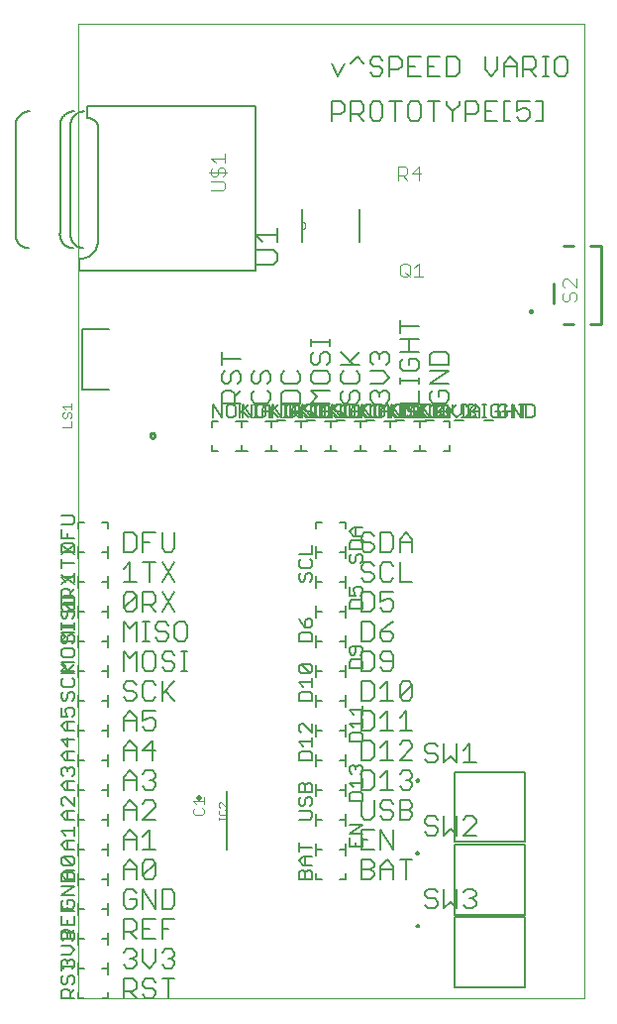
<source format=gto>
G75*
%MOIN*%
%OFA0B0*%
%FSLAX25Y25*%
%IPPOS*%
%LPD*%
%AMOC8*
5,1,8,0,0,1.08239X$1,22.5*
%
%ADD10C,0.00000*%
%ADD11C,0.00600*%
%ADD12C,0.00500*%
%ADD13C,0.00400*%
%ADD14C,0.00800*%
%ADD15C,0.00787*%
%ADD16C,0.01969*%
%ADD17C,0.00100*%
%ADD18C,0.00300*%
%ADD19C,0.01000*%
D10*
X0057595Y0123933D02*
X0057595Y0451610D01*
X0227871Y0451610D01*
X0227871Y0123933D01*
X0057595Y0123933D01*
X0132795Y0382733D02*
X0132864Y0382735D01*
X0132932Y0382741D01*
X0133000Y0382751D01*
X0133067Y0382764D01*
X0133133Y0382782D01*
X0133198Y0382803D01*
X0133262Y0382828D01*
X0133324Y0382856D01*
X0133385Y0382888D01*
X0133444Y0382923D01*
X0133500Y0382962D01*
X0133555Y0383004D01*
X0133606Y0383049D01*
X0133656Y0383097D01*
X0133702Y0383147D01*
X0133745Y0383200D01*
X0133786Y0383256D01*
X0133823Y0383313D01*
X0133856Y0383373D01*
X0133887Y0383435D01*
X0133913Y0383498D01*
X0133936Y0383562D01*
X0133956Y0383628D01*
X0133971Y0383695D01*
X0133983Y0383762D01*
X0133991Y0383830D01*
X0133995Y0383899D01*
X0133995Y0383967D01*
X0133991Y0384036D01*
X0133983Y0384104D01*
X0133971Y0384171D01*
X0133956Y0384238D01*
X0133936Y0384304D01*
X0133913Y0384368D01*
X0133887Y0384431D01*
X0133856Y0384493D01*
X0133823Y0384553D01*
X0133786Y0384610D01*
X0133745Y0384666D01*
X0133702Y0384719D01*
X0133656Y0384769D01*
X0133606Y0384817D01*
X0133555Y0384862D01*
X0133500Y0384904D01*
X0133444Y0384943D01*
X0133385Y0384978D01*
X0133324Y0385010D01*
X0133262Y0385038D01*
X0133198Y0385063D01*
X0133133Y0385084D01*
X0133067Y0385102D01*
X0133000Y0385115D01*
X0132932Y0385125D01*
X0132864Y0385131D01*
X0132795Y0385133D01*
D11*
X0132795Y0382733D01*
X0132795Y0378533D01*
X0132795Y0385133D02*
X0132795Y0389333D01*
X0142895Y0419233D02*
X0142895Y0425639D01*
X0146098Y0425639D01*
X0147165Y0424571D01*
X0147165Y0422436D01*
X0146098Y0421368D01*
X0142895Y0421368D01*
X0149341Y0421368D02*
X0152543Y0421368D01*
X0153611Y0422436D01*
X0153611Y0424571D01*
X0152543Y0425639D01*
X0149341Y0425639D01*
X0149341Y0419233D01*
X0151476Y0421368D02*
X0153611Y0419233D01*
X0155786Y0420301D02*
X0156854Y0419233D01*
X0158989Y0419233D01*
X0160056Y0420301D01*
X0160056Y0424571D01*
X0158989Y0425639D01*
X0156854Y0425639D01*
X0155786Y0424571D01*
X0155786Y0420301D01*
X0162232Y0425639D02*
X0166502Y0425639D01*
X0164367Y0425639D02*
X0164367Y0419233D01*
X0168677Y0420301D02*
X0168677Y0424571D01*
X0169745Y0425639D01*
X0171880Y0425639D01*
X0172947Y0424571D01*
X0172947Y0420301D01*
X0171880Y0419233D01*
X0169745Y0419233D01*
X0168677Y0420301D01*
X0175123Y0425639D02*
X0179393Y0425639D01*
X0177258Y0425639D02*
X0177258Y0419233D01*
X0181568Y0424571D02*
X0183703Y0422436D01*
X0183703Y0419233D01*
X0183703Y0422436D02*
X0185838Y0424571D01*
X0185838Y0425639D01*
X0188014Y0425639D02*
X0191216Y0425639D01*
X0192284Y0424571D01*
X0192284Y0422436D01*
X0191216Y0421368D01*
X0188014Y0421368D01*
X0188014Y0419233D02*
X0188014Y0425639D01*
X0181568Y0425639D02*
X0181568Y0424571D01*
X0181568Y0434233D02*
X0184771Y0434233D01*
X0185838Y0435301D01*
X0185838Y0439571D01*
X0184771Y0440639D01*
X0181568Y0440639D01*
X0181568Y0434233D01*
X0179393Y0434233D02*
X0175123Y0434233D01*
X0175123Y0440639D01*
X0179393Y0440639D01*
X0177258Y0437436D02*
X0175123Y0437436D01*
X0172947Y0440639D02*
X0168677Y0440639D01*
X0168677Y0434233D01*
X0172947Y0434233D01*
X0170812Y0437436D02*
X0168677Y0437436D01*
X0166502Y0437436D02*
X0166502Y0439571D01*
X0165434Y0440639D01*
X0162232Y0440639D01*
X0162232Y0434233D01*
X0162232Y0436368D02*
X0165434Y0436368D01*
X0166502Y0437436D01*
X0160056Y0436368D02*
X0160056Y0435301D01*
X0158989Y0434233D01*
X0156854Y0434233D01*
X0155786Y0435301D01*
X0156854Y0437436D02*
X0158989Y0437436D01*
X0160056Y0436368D01*
X0160056Y0439571D02*
X0158989Y0440639D01*
X0156854Y0440639D01*
X0155786Y0439571D01*
X0155786Y0438503D01*
X0156854Y0437436D01*
X0153611Y0438503D02*
X0151476Y0440639D01*
X0149341Y0438503D01*
X0147165Y0438503D02*
X0145030Y0434233D01*
X0142895Y0438503D01*
X0152395Y0389333D02*
X0152395Y0378533D01*
X0165890Y0352137D02*
X0165890Y0347867D01*
X0165890Y0350002D02*
X0172295Y0350002D01*
X0172295Y0345691D02*
X0165890Y0345691D01*
X0169092Y0345691D02*
X0169092Y0341421D01*
X0169092Y0339246D02*
X0169092Y0337111D01*
X0169092Y0339246D02*
X0171228Y0339246D01*
X0172295Y0338178D01*
X0172295Y0336043D01*
X0171228Y0334976D01*
X0166957Y0334976D01*
X0165890Y0336043D01*
X0165890Y0338178D01*
X0166957Y0339246D01*
X0165890Y0341421D02*
X0172295Y0341421D01*
X0175890Y0340327D02*
X0175890Y0337124D01*
X0182295Y0337124D01*
X0182295Y0340327D01*
X0181228Y0341394D01*
X0176957Y0341394D01*
X0175890Y0340327D01*
X0175890Y0334949D02*
X0182295Y0334949D01*
X0175890Y0330679D01*
X0182295Y0330679D01*
X0181228Y0328503D02*
X0179092Y0328503D01*
X0179092Y0326368D01*
X0176957Y0324233D02*
X0181228Y0324233D01*
X0182295Y0325301D01*
X0182295Y0327436D01*
X0181228Y0328503D01*
X0176957Y0328503D02*
X0175890Y0327436D01*
X0175890Y0325301D01*
X0176957Y0324233D01*
X0172295Y0324233D02*
X0172295Y0328503D01*
X0172295Y0330679D02*
X0172295Y0332814D01*
X0172295Y0331746D02*
X0165890Y0331746D01*
X0165890Y0330679D02*
X0165890Y0332814D01*
X0162295Y0332814D02*
X0160160Y0334949D01*
X0155890Y0334949D01*
X0156957Y0337124D02*
X0155890Y0338192D01*
X0155890Y0340327D01*
X0156957Y0341394D01*
X0158025Y0341394D01*
X0159092Y0340327D01*
X0160160Y0341394D01*
X0161228Y0341394D01*
X0162295Y0340327D01*
X0162295Y0338192D01*
X0161228Y0337124D01*
X0159092Y0339259D02*
X0159092Y0340327D01*
X0152295Y0341394D02*
X0149092Y0338192D01*
X0150160Y0337124D02*
X0145890Y0341394D01*
X0142295Y0340327D02*
X0142295Y0338192D01*
X0141228Y0337124D01*
X0141228Y0334949D02*
X0136957Y0334949D01*
X0135890Y0333881D01*
X0135890Y0331746D01*
X0136957Y0330679D01*
X0141228Y0330679D01*
X0142295Y0331746D01*
X0142295Y0333881D01*
X0141228Y0334949D01*
X0138025Y0337124D02*
X0139092Y0338192D01*
X0139092Y0340327D01*
X0140160Y0341394D01*
X0141228Y0341394D01*
X0142295Y0340327D01*
X0142295Y0343570D02*
X0142295Y0345705D01*
X0142295Y0344637D02*
X0135890Y0344637D01*
X0135890Y0343570D02*
X0135890Y0345705D01*
X0136957Y0341394D02*
X0135890Y0340327D01*
X0135890Y0338192D01*
X0136957Y0337124D01*
X0138025Y0337124D01*
X0132295Y0333881D02*
X0132295Y0331746D01*
X0131228Y0330679D01*
X0126957Y0330679D01*
X0125890Y0331746D01*
X0125890Y0333881D01*
X0126957Y0334949D01*
X0131228Y0334949D02*
X0132295Y0333881D01*
X0131228Y0328503D02*
X0126957Y0328503D01*
X0125890Y0327436D01*
X0125890Y0324233D01*
X0132295Y0324233D01*
X0132295Y0327436D01*
X0131228Y0328503D01*
X0135890Y0328503D02*
X0142295Y0328503D01*
X0145890Y0327436D02*
X0145890Y0325301D01*
X0146957Y0324233D01*
X0148025Y0324233D01*
X0149092Y0325301D01*
X0149092Y0327436D01*
X0150160Y0328503D01*
X0151228Y0328503D01*
X0152295Y0327436D01*
X0152295Y0325301D01*
X0151228Y0324233D01*
X0146957Y0328503D02*
X0145890Y0327436D01*
X0146957Y0330679D02*
X0145890Y0331746D01*
X0145890Y0333881D01*
X0146957Y0334949D01*
X0145890Y0337124D02*
X0152295Y0337124D01*
X0151228Y0334949D02*
X0152295Y0333881D01*
X0152295Y0331746D01*
X0151228Y0330679D01*
X0146957Y0330679D01*
X0142295Y0324233D02*
X0135890Y0324233D01*
X0138025Y0326368D01*
X0135890Y0328503D01*
X0134595Y0318022D02*
X0132595Y0318022D01*
X0130595Y0318022D01*
X0132595Y0318022D02*
X0132595Y0316022D01*
X0132595Y0318022D01*
X0132595Y0310022D02*
X0132595Y0308022D01*
X0130595Y0308022D01*
X0132595Y0308022D02*
X0132595Y0310022D01*
X0132595Y0308022D02*
X0134595Y0308022D01*
X0140595Y0308022D02*
X0142595Y0308022D01*
X0144595Y0308022D01*
X0142595Y0308022D02*
X0142595Y0310022D01*
X0142595Y0308022D01*
X0142595Y0316022D02*
X0142595Y0318022D01*
X0144595Y0318022D01*
X0142595Y0318022D02*
X0140595Y0318022D01*
X0142595Y0318022D02*
X0142595Y0316022D01*
X0150595Y0318022D02*
X0152595Y0318022D01*
X0152595Y0316022D01*
X0152595Y0318022D01*
X0154595Y0318022D01*
X0152595Y0310022D02*
X0152595Y0308022D01*
X0150595Y0308022D01*
X0152595Y0308022D02*
X0152595Y0310022D01*
X0152595Y0308022D02*
X0154595Y0308022D01*
X0160595Y0308022D02*
X0162595Y0308022D01*
X0164595Y0308022D01*
X0162595Y0308022D02*
X0162595Y0310022D01*
X0162595Y0308022D01*
X0162595Y0316022D02*
X0162595Y0318022D01*
X0164595Y0318022D01*
X0162595Y0318022D02*
X0160595Y0318022D01*
X0162595Y0318022D02*
X0162595Y0316022D01*
X0161228Y0324233D02*
X0162295Y0325301D01*
X0162295Y0327436D01*
X0161228Y0328503D01*
X0160160Y0328503D01*
X0159092Y0327436D01*
X0159092Y0326368D01*
X0159092Y0327436D02*
X0158025Y0328503D01*
X0156957Y0328503D01*
X0155890Y0327436D01*
X0155890Y0325301D01*
X0156957Y0324233D01*
X0155890Y0330679D02*
X0160160Y0330679D01*
X0162295Y0332814D01*
X0165890Y0324233D02*
X0172295Y0324233D01*
X0172595Y0318022D02*
X0170595Y0318022D01*
X0172595Y0318022D02*
X0172595Y0316022D01*
X0172595Y0318022D01*
X0174595Y0318022D01*
X0172595Y0310022D02*
X0172595Y0308022D01*
X0170595Y0308022D01*
X0172595Y0308022D02*
X0174595Y0308022D01*
X0172595Y0308022D02*
X0172595Y0310022D01*
X0180595Y0308022D02*
X0182595Y0308022D01*
X0182595Y0310022D01*
X0182595Y0316022D02*
X0182595Y0318022D01*
X0180595Y0318022D01*
X0167921Y0280639D02*
X0165786Y0278503D01*
X0165786Y0274233D01*
X0163611Y0275301D02*
X0163611Y0279571D01*
X0162543Y0280639D01*
X0159341Y0280639D01*
X0159341Y0274233D01*
X0162543Y0274233D01*
X0163611Y0275301D01*
X0165786Y0277436D02*
X0170056Y0277436D01*
X0170056Y0278503D02*
X0170056Y0274233D01*
X0170056Y0278503D02*
X0167921Y0280639D01*
X0165786Y0270639D02*
X0165786Y0264233D01*
X0170056Y0264233D01*
X0163611Y0265301D02*
X0162543Y0264233D01*
X0160408Y0264233D01*
X0159341Y0265301D01*
X0159341Y0269571D01*
X0160408Y0270639D01*
X0162543Y0270639D01*
X0163611Y0269571D01*
X0157165Y0269571D02*
X0156098Y0270639D01*
X0153963Y0270639D01*
X0152895Y0269571D01*
X0152895Y0268503D01*
X0153963Y0267436D01*
X0156098Y0267436D01*
X0157165Y0266368D01*
X0157165Y0265301D01*
X0156098Y0264233D01*
X0153963Y0264233D01*
X0152895Y0265301D01*
X0152895Y0260639D02*
X0156098Y0260639D01*
X0157165Y0259571D01*
X0157165Y0255301D01*
X0156098Y0254233D01*
X0152895Y0254233D01*
X0152895Y0260639D01*
X0147595Y0261933D02*
X0147595Y0263933D01*
X0147595Y0265933D01*
X0147595Y0263933D02*
X0145595Y0263933D01*
X0147595Y0263933D01*
X0147595Y0255933D02*
X0147595Y0253933D01*
X0145595Y0253933D01*
X0147595Y0253933D01*
X0147595Y0251933D01*
X0147595Y0245933D02*
X0147595Y0243933D01*
X0145595Y0243933D01*
X0147595Y0243933D01*
X0147595Y0241933D01*
X0147595Y0235933D02*
X0147595Y0233933D01*
X0145595Y0233933D01*
X0147595Y0233933D01*
X0147595Y0231933D01*
X0147595Y0225933D02*
X0147595Y0223933D01*
X0145595Y0223933D01*
X0147595Y0223933D01*
X0147595Y0221933D01*
X0147595Y0215933D02*
X0147595Y0213933D01*
X0145595Y0213933D01*
X0147595Y0213933D01*
X0147595Y0211933D01*
X0147595Y0205933D02*
X0147595Y0203933D01*
X0145595Y0203933D01*
X0147595Y0203933D01*
X0147595Y0201933D01*
X0147595Y0195933D02*
X0147595Y0193933D01*
X0145595Y0193933D01*
X0147595Y0193933D01*
X0147595Y0191933D01*
X0147595Y0185933D02*
X0147595Y0183933D01*
X0145595Y0183933D01*
X0147595Y0183933D01*
X0147595Y0181933D01*
X0152895Y0180639D02*
X0152895Y0174233D01*
X0157165Y0174233D01*
X0159341Y0174233D02*
X0159341Y0180639D01*
X0163611Y0174233D01*
X0163611Y0180639D01*
X0162543Y0184233D02*
X0160408Y0184233D01*
X0159341Y0185301D01*
X0157165Y0185301D02*
X0157165Y0190639D01*
X0159341Y0189571D02*
X0159341Y0188503D01*
X0160408Y0187436D01*
X0162543Y0187436D01*
X0163611Y0186368D01*
X0163611Y0185301D01*
X0162543Y0184233D01*
X0165786Y0184233D02*
X0168989Y0184233D01*
X0170056Y0185301D01*
X0170056Y0186368D01*
X0168989Y0187436D01*
X0165786Y0187436D01*
X0163611Y0189571D02*
X0162543Y0190639D01*
X0160408Y0190639D01*
X0159341Y0189571D01*
X0159341Y0194233D02*
X0163611Y0194233D01*
X0161476Y0194233D02*
X0161476Y0200639D01*
X0159341Y0198503D01*
X0157165Y0199571D02*
X0156098Y0200639D01*
X0152895Y0200639D01*
X0152895Y0194233D01*
X0156098Y0194233D01*
X0157165Y0195301D01*
X0157165Y0199571D01*
X0156098Y0204233D02*
X0157165Y0205301D01*
X0157165Y0209571D01*
X0156098Y0210639D01*
X0152895Y0210639D01*
X0152895Y0204233D01*
X0156098Y0204233D01*
X0159341Y0204233D02*
X0163611Y0204233D01*
X0161476Y0204233D02*
X0161476Y0210639D01*
X0159341Y0208503D01*
X0159341Y0214233D02*
X0163611Y0214233D01*
X0161476Y0214233D02*
X0161476Y0220639D01*
X0159341Y0218503D01*
X0157165Y0219571D02*
X0157165Y0215301D01*
X0156098Y0214233D01*
X0152895Y0214233D01*
X0152895Y0220639D01*
X0156098Y0220639D01*
X0157165Y0219571D01*
X0156098Y0224233D02*
X0157165Y0225301D01*
X0157165Y0229571D01*
X0156098Y0230639D01*
X0152895Y0230639D01*
X0152895Y0224233D01*
X0156098Y0224233D01*
X0159341Y0224233D02*
X0163611Y0224233D01*
X0161476Y0224233D02*
X0161476Y0230639D01*
X0159341Y0228503D01*
X0160408Y0234233D02*
X0159341Y0235301D01*
X0160408Y0234233D02*
X0162543Y0234233D01*
X0163611Y0235301D01*
X0163611Y0239571D01*
X0162543Y0240639D01*
X0160408Y0240639D01*
X0159341Y0239571D01*
X0159341Y0238503D01*
X0160408Y0237436D01*
X0163611Y0237436D01*
X0166854Y0230639D02*
X0168989Y0230639D01*
X0170056Y0229571D01*
X0165786Y0225301D01*
X0166854Y0224233D01*
X0168989Y0224233D01*
X0170056Y0225301D01*
X0170056Y0229571D01*
X0166854Y0230639D02*
X0165786Y0229571D01*
X0165786Y0225301D01*
X0167921Y0220639D02*
X0167921Y0214233D01*
X0165786Y0214233D02*
X0170056Y0214233D01*
X0168989Y0210639D02*
X0170056Y0209571D01*
X0170056Y0208503D01*
X0165786Y0204233D01*
X0170056Y0204233D01*
X0168989Y0200639D02*
X0170056Y0199571D01*
X0170056Y0198503D01*
X0168989Y0197436D01*
X0170056Y0196368D01*
X0170056Y0195301D01*
X0168989Y0194233D01*
X0166854Y0194233D01*
X0165786Y0195301D01*
X0167921Y0197436D02*
X0168989Y0197436D01*
X0168989Y0200639D02*
X0166854Y0200639D01*
X0165786Y0199571D01*
X0165786Y0190639D02*
X0168989Y0190639D01*
X0170056Y0189571D01*
X0170056Y0188503D01*
X0168989Y0187436D01*
X0165786Y0184233D02*
X0165786Y0190639D01*
X0157165Y0185301D02*
X0156098Y0184233D01*
X0153963Y0184233D01*
X0152895Y0185301D01*
X0152895Y0190639D01*
X0152895Y0180639D02*
X0157165Y0180639D01*
X0155030Y0177436D02*
X0152895Y0177436D01*
X0147595Y0175933D02*
X0147595Y0173933D01*
X0145595Y0173933D01*
X0147595Y0173933D01*
X0147595Y0171933D01*
X0152895Y0170639D02*
X0152895Y0164233D01*
X0156098Y0164233D01*
X0157165Y0165301D01*
X0157165Y0166368D01*
X0156098Y0167436D01*
X0152895Y0167436D01*
X0152895Y0170639D02*
X0156098Y0170639D01*
X0157165Y0169571D01*
X0157165Y0168503D01*
X0156098Y0167436D01*
X0159341Y0167436D02*
X0163611Y0167436D01*
X0163611Y0168503D02*
X0163611Y0164233D01*
X0163611Y0168503D02*
X0161476Y0170639D01*
X0159341Y0168503D01*
X0159341Y0164233D01*
X0165786Y0170639D02*
X0170056Y0170639D01*
X0167921Y0170639D02*
X0167921Y0164233D01*
X0174312Y0159804D02*
X0174312Y0158734D01*
X0175382Y0157665D01*
X0177521Y0157665D01*
X0178590Y0156595D01*
X0178590Y0155526D01*
X0177521Y0154456D01*
X0175382Y0154456D01*
X0174312Y0155526D01*
X0174312Y0159804D02*
X0175382Y0160873D01*
X0177521Y0160873D01*
X0178590Y0159804D01*
X0180768Y0160873D02*
X0180768Y0154456D01*
X0182907Y0156595D01*
X0185047Y0154456D01*
X0185047Y0160873D01*
X0187225Y0159804D02*
X0188294Y0160873D01*
X0190433Y0160873D01*
X0191503Y0159804D01*
X0191503Y0158734D01*
X0190433Y0157665D01*
X0191503Y0156595D01*
X0191503Y0155526D01*
X0190433Y0154456D01*
X0188294Y0154456D01*
X0187225Y0155526D01*
X0189364Y0157665D02*
X0190433Y0157665D01*
X0191503Y0178865D02*
X0187225Y0178865D01*
X0191503Y0183144D01*
X0191503Y0184213D01*
X0190433Y0185283D01*
X0188294Y0185283D01*
X0187225Y0184213D01*
X0185047Y0185283D02*
X0185047Y0178865D01*
X0182907Y0181004D01*
X0180768Y0178865D01*
X0180768Y0185283D01*
X0178590Y0184213D02*
X0177521Y0185283D01*
X0175382Y0185283D01*
X0174312Y0184213D01*
X0174312Y0183144D01*
X0175382Y0182074D01*
X0177521Y0182074D01*
X0178590Y0181004D01*
X0178590Y0179935D01*
X0177521Y0178865D01*
X0175382Y0178865D01*
X0174312Y0179935D01*
X0175382Y0203275D02*
X0174312Y0204344D01*
X0175382Y0203275D02*
X0177521Y0203275D01*
X0178590Y0204344D01*
X0178590Y0205414D01*
X0177521Y0206483D01*
X0175382Y0206483D01*
X0174312Y0207553D01*
X0174312Y0208622D01*
X0175382Y0209692D01*
X0177521Y0209692D01*
X0178590Y0208622D01*
X0180768Y0209692D02*
X0180768Y0203275D01*
X0182907Y0205414D01*
X0185047Y0203275D01*
X0185047Y0209692D01*
X0187225Y0207553D02*
X0189364Y0209692D01*
X0189364Y0203275D01*
X0187225Y0203275D02*
X0191503Y0203275D01*
X0168989Y0210639D02*
X0166854Y0210639D01*
X0165786Y0209571D01*
X0165786Y0218503D02*
X0167921Y0220639D01*
X0156098Y0234233D02*
X0157165Y0235301D01*
X0157165Y0239571D01*
X0156098Y0240639D01*
X0152895Y0240639D01*
X0152895Y0234233D01*
X0156098Y0234233D01*
X0156098Y0244233D02*
X0152895Y0244233D01*
X0152895Y0250639D01*
X0156098Y0250639D01*
X0157165Y0249571D01*
X0157165Y0245301D01*
X0156098Y0244233D01*
X0159341Y0245301D02*
X0160408Y0244233D01*
X0162543Y0244233D01*
X0163611Y0245301D01*
X0163611Y0246368D01*
X0162543Y0247436D01*
X0159341Y0247436D01*
X0159341Y0245301D01*
X0159341Y0247436D02*
X0161476Y0249571D01*
X0163611Y0250639D01*
X0162543Y0254233D02*
X0160408Y0254233D01*
X0159341Y0255301D01*
X0159341Y0257436D02*
X0161476Y0258503D01*
X0162543Y0258503D01*
X0163611Y0257436D01*
X0163611Y0255301D01*
X0162543Y0254233D01*
X0163611Y0260639D02*
X0159341Y0260639D01*
X0159341Y0257436D01*
X0156098Y0274233D02*
X0153963Y0274233D01*
X0152895Y0275301D01*
X0153963Y0277436D02*
X0156098Y0277436D01*
X0157165Y0276368D01*
X0157165Y0275301D01*
X0156098Y0274233D01*
X0153963Y0277436D02*
X0152895Y0278503D01*
X0152895Y0279571D01*
X0153963Y0280639D01*
X0156098Y0280639D01*
X0157165Y0279571D01*
X0147595Y0281933D02*
X0147595Y0283933D01*
X0145595Y0283933D01*
X0139595Y0283933D02*
X0137595Y0283933D01*
X0137595Y0281933D01*
X0137595Y0275933D02*
X0137595Y0273933D01*
X0137595Y0271933D01*
X0137595Y0273933D02*
X0139595Y0273933D01*
X0137595Y0273933D01*
X0137595Y0265933D02*
X0137595Y0263933D01*
X0139595Y0263933D01*
X0137595Y0263933D01*
X0137595Y0261933D01*
X0137595Y0255933D02*
X0137595Y0253933D01*
X0137595Y0251933D01*
X0137595Y0253933D02*
X0139595Y0253933D01*
X0137595Y0253933D01*
X0137595Y0245933D02*
X0137595Y0243933D01*
X0137595Y0241933D01*
X0137595Y0243933D02*
X0139595Y0243933D01*
X0137595Y0243933D01*
X0137595Y0235933D02*
X0137595Y0233933D01*
X0139595Y0233933D01*
X0137595Y0233933D01*
X0137595Y0231933D01*
X0137595Y0225933D02*
X0137595Y0223933D01*
X0137595Y0221933D01*
X0137595Y0223933D02*
X0139595Y0223933D01*
X0137595Y0223933D01*
X0137595Y0215933D02*
X0137595Y0213933D01*
X0137595Y0211933D01*
X0137595Y0213933D02*
X0139595Y0213933D01*
X0137595Y0213933D01*
X0137595Y0205933D02*
X0137595Y0203933D01*
X0137595Y0201933D01*
X0137595Y0203933D02*
X0139595Y0203933D01*
X0137595Y0203933D01*
X0137595Y0195933D02*
X0137595Y0193933D01*
X0137595Y0191933D01*
X0137595Y0193933D02*
X0139595Y0193933D01*
X0137595Y0193933D01*
X0137595Y0185933D02*
X0137595Y0183933D01*
X0137595Y0181933D01*
X0137595Y0183933D02*
X0139595Y0183933D01*
X0137595Y0183933D01*
X0137595Y0175933D02*
X0137595Y0173933D01*
X0139595Y0173933D01*
X0137595Y0173933D01*
X0137595Y0171933D01*
X0137595Y0165933D02*
X0137595Y0163933D01*
X0139595Y0163933D01*
X0145595Y0163933D02*
X0147595Y0163933D01*
X0147595Y0165933D01*
X0094367Y0234233D02*
X0092232Y0234233D01*
X0093299Y0234233D02*
X0093299Y0240639D01*
X0092232Y0240639D02*
X0094367Y0240639D01*
X0093286Y0244233D02*
X0094353Y0245301D01*
X0094353Y0249571D01*
X0093286Y0250639D01*
X0091151Y0250639D01*
X0090083Y0249571D01*
X0090083Y0245301D01*
X0091151Y0244233D01*
X0093286Y0244233D01*
X0088989Y0240639D02*
X0086854Y0240639D01*
X0085786Y0239571D01*
X0085786Y0238503D01*
X0086854Y0237436D01*
X0088989Y0237436D01*
X0090056Y0236368D01*
X0090056Y0235301D01*
X0088989Y0234233D01*
X0086854Y0234233D01*
X0085786Y0235301D01*
X0083611Y0235301D02*
X0083611Y0239571D01*
X0082543Y0240639D01*
X0080408Y0240639D01*
X0079341Y0239571D01*
X0079341Y0235301D01*
X0080408Y0234233D01*
X0082543Y0234233D01*
X0083611Y0235301D01*
X0082543Y0230639D02*
X0080408Y0230639D01*
X0079341Y0229571D01*
X0079341Y0225301D01*
X0080408Y0224233D01*
X0082543Y0224233D01*
X0083611Y0225301D01*
X0085786Y0226368D02*
X0090056Y0230639D01*
X0086854Y0227436D02*
X0090056Y0224233D01*
X0085786Y0224233D02*
X0085786Y0230639D01*
X0083611Y0229571D02*
X0082543Y0230639D01*
X0077165Y0229571D02*
X0076098Y0230639D01*
X0073963Y0230639D01*
X0072895Y0229571D01*
X0072895Y0228503D01*
X0073963Y0227436D01*
X0076098Y0227436D01*
X0077165Y0226368D01*
X0077165Y0225301D01*
X0076098Y0224233D01*
X0073963Y0224233D01*
X0072895Y0225301D01*
X0075030Y0220639D02*
X0077165Y0218503D01*
X0077165Y0214233D01*
X0079341Y0215301D02*
X0080408Y0214233D01*
X0082543Y0214233D01*
X0083611Y0215301D01*
X0083611Y0217436D01*
X0082543Y0218503D01*
X0081476Y0218503D01*
X0079341Y0217436D01*
X0079341Y0220639D01*
X0083611Y0220639D01*
X0077165Y0217436D02*
X0072895Y0217436D01*
X0072895Y0218503D02*
X0075030Y0220639D01*
X0072895Y0218503D02*
X0072895Y0214233D01*
X0075030Y0210639D02*
X0072895Y0208503D01*
X0072895Y0204233D01*
X0072895Y0207436D02*
X0077165Y0207436D01*
X0077165Y0208503D02*
X0077165Y0204233D01*
X0079341Y0207436D02*
X0083611Y0207436D01*
X0082543Y0204233D02*
X0082543Y0210639D01*
X0079341Y0207436D01*
X0077165Y0208503D02*
X0075030Y0210639D01*
X0075030Y0200639D02*
X0077165Y0198503D01*
X0077165Y0194233D01*
X0079341Y0195301D02*
X0080408Y0194233D01*
X0082543Y0194233D01*
X0083611Y0195301D01*
X0083611Y0196368D01*
X0082543Y0197436D01*
X0081476Y0197436D01*
X0082543Y0197436D02*
X0083611Y0198503D01*
X0083611Y0199571D01*
X0082543Y0200639D01*
X0080408Y0200639D01*
X0079341Y0199571D01*
X0077165Y0197436D02*
X0072895Y0197436D01*
X0072895Y0198503D02*
X0075030Y0200639D01*
X0072895Y0198503D02*
X0072895Y0194233D01*
X0075030Y0190639D02*
X0072895Y0188503D01*
X0072895Y0184233D01*
X0072895Y0187436D02*
X0077165Y0187436D01*
X0077165Y0188503D02*
X0077165Y0184233D01*
X0079341Y0184233D02*
X0083611Y0188503D01*
X0083611Y0189571D01*
X0082543Y0190639D01*
X0080408Y0190639D01*
X0079341Y0189571D01*
X0077165Y0188503D02*
X0075030Y0190639D01*
X0079341Y0184233D02*
X0083611Y0184233D01*
X0081476Y0180639D02*
X0079341Y0178503D01*
X0077165Y0178503D02*
X0077165Y0174233D01*
X0079341Y0174233D02*
X0083611Y0174233D01*
X0081476Y0174233D02*
X0081476Y0180639D01*
X0077165Y0178503D02*
X0075030Y0180639D01*
X0072895Y0178503D01*
X0072895Y0174233D01*
X0072895Y0177436D02*
X0077165Y0177436D01*
X0075030Y0170639D02*
X0072895Y0168503D01*
X0072895Y0164233D01*
X0072895Y0167436D02*
X0077165Y0167436D01*
X0077165Y0168503D02*
X0077165Y0164233D01*
X0079341Y0165301D02*
X0079341Y0169571D01*
X0080408Y0170639D01*
X0082543Y0170639D01*
X0083611Y0169571D01*
X0079341Y0165301D01*
X0080408Y0164233D01*
X0082543Y0164233D01*
X0083611Y0165301D01*
X0083611Y0169571D01*
X0077165Y0168503D02*
X0075030Y0170639D01*
X0073963Y0160639D02*
X0072895Y0159571D01*
X0072895Y0155301D01*
X0073963Y0154233D01*
X0076098Y0154233D01*
X0077165Y0155301D01*
X0077165Y0157436D01*
X0075030Y0157436D01*
X0077165Y0159571D02*
X0076098Y0160639D01*
X0073963Y0160639D01*
X0079341Y0160639D02*
X0079341Y0154233D01*
X0079341Y0150639D02*
X0079341Y0144233D01*
X0083611Y0144233D01*
X0085786Y0144233D02*
X0085786Y0150639D01*
X0090056Y0150639D01*
X0088989Y0154233D02*
X0090056Y0155301D01*
X0090056Y0159571D01*
X0088989Y0160639D01*
X0085786Y0160639D01*
X0085786Y0154233D01*
X0088989Y0154233D01*
X0087921Y0147436D02*
X0085786Y0147436D01*
X0083611Y0150639D02*
X0079341Y0150639D01*
X0077165Y0149571D02*
X0077165Y0147436D01*
X0076098Y0146368D01*
X0072895Y0146368D01*
X0072895Y0144233D02*
X0072895Y0150639D01*
X0076098Y0150639D01*
X0077165Y0149571D01*
X0079341Y0147436D02*
X0081476Y0147436D01*
X0083611Y0140639D02*
X0083611Y0136368D01*
X0081476Y0134233D01*
X0079341Y0136368D01*
X0079341Y0140639D01*
X0077165Y0139571D02*
X0077165Y0138503D01*
X0076098Y0137436D01*
X0077165Y0136368D01*
X0077165Y0135301D01*
X0076098Y0134233D01*
X0073963Y0134233D01*
X0072895Y0135301D01*
X0075030Y0137436D02*
X0076098Y0137436D01*
X0077165Y0139571D02*
X0076098Y0140639D01*
X0073963Y0140639D01*
X0072895Y0139571D01*
X0077165Y0144233D02*
X0075030Y0146368D01*
X0067595Y0145933D02*
X0067595Y0143933D01*
X0065595Y0143933D01*
X0067595Y0143933D01*
X0067595Y0141933D01*
X0067595Y0135933D02*
X0067595Y0133933D01*
X0065595Y0133933D01*
X0067595Y0133933D01*
X0067595Y0131933D01*
X0067595Y0125933D02*
X0067595Y0123933D01*
X0065595Y0123933D01*
X0072895Y0124233D02*
X0072895Y0130639D01*
X0076098Y0130639D01*
X0077165Y0129571D01*
X0077165Y0127436D01*
X0076098Y0126368D01*
X0072895Y0126368D01*
X0075030Y0126368D02*
X0077165Y0124233D01*
X0079341Y0125301D02*
X0080408Y0124233D01*
X0082543Y0124233D01*
X0083611Y0125301D01*
X0083611Y0126368D01*
X0082543Y0127436D01*
X0080408Y0127436D01*
X0079341Y0128503D01*
X0079341Y0129571D01*
X0080408Y0130639D01*
X0082543Y0130639D01*
X0083611Y0129571D01*
X0085786Y0130639D02*
X0090056Y0130639D01*
X0087921Y0130639D02*
X0087921Y0124233D01*
X0086854Y0134233D02*
X0085786Y0135301D01*
X0086854Y0134233D02*
X0088989Y0134233D01*
X0090056Y0135301D01*
X0090056Y0136368D01*
X0088989Y0137436D01*
X0087921Y0137436D01*
X0088989Y0137436D02*
X0090056Y0138503D01*
X0090056Y0139571D01*
X0088989Y0140639D01*
X0086854Y0140639D01*
X0085786Y0139571D01*
X0083611Y0154233D02*
X0083611Y0160639D01*
X0079341Y0160639D02*
X0083611Y0154233D01*
X0067595Y0153933D02*
X0067595Y0151933D01*
X0067595Y0153933D02*
X0065595Y0153933D01*
X0067595Y0153933D01*
X0067595Y0155933D01*
X0067595Y0161933D02*
X0067595Y0163933D01*
X0065595Y0163933D01*
X0067595Y0163933D01*
X0067595Y0165933D01*
X0067595Y0171933D02*
X0067595Y0173933D01*
X0067595Y0175933D01*
X0067595Y0173933D02*
X0065595Y0173933D01*
X0067595Y0173933D01*
X0067595Y0181933D02*
X0067595Y0183933D01*
X0067595Y0185933D01*
X0067595Y0183933D02*
X0065595Y0183933D01*
X0067595Y0183933D01*
X0067595Y0191933D02*
X0067595Y0193933D01*
X0067595Y0195933D01*
X0067595Y0193933D02*
X0065595Y0193933D01*
X0067595Y0193933D01*
X0067595Y0201933D02*
X0067595Y0203933D01*
X0067595Y0205933D01*
X0067595Y0203933D02*
X0065595Y0203933D01*
X0067595Y0203933D01*
X0067595Y0211933D02*
X0067595Y0213933D01*
X0067595Y0215933D01*
X0067595Y0213933D02*
X0065595Y0213933D01*
X0067595Y0213933D01*
X0067595Y0221933D02*
X0067595Y0223933D01*
X0067595Y0225933D01*
X0067595Y0223933D02*
X0065595Y0223933D01*
X0067595Y0223933D01*
X0067595Y0231933D02*
X0067595Y0233933D01*
X0065595Y0233933D01*
X0067595Y0233933D01*
X0067595Y0235933D01*
X0067595Y0241933D02*
X0067595Y0243933D01*
X0065595Y0243933D01*
X0067595Y0243933D01*
X0067595Y0245933D01*
X0067595Y0251933D02*
X0067595Y0253933D01*
X0067595Y0255933D01*
X0067595Y0253933D02*
X0065595Y0253933D01*
X0067595Y0253933D01*
X0067595Y0261933D02*
X0067595Y0263933D01*
X0065595Y0263933D01*
X0067595Y0263933D01*
X0067595Y0265933D01*
X0072895Y0264233D02*
X0077165Y0264233D01*
X0075030Y0264233D02*
X0075030Y0270639D01*
X0072895Y0268503D01*
X0072895Y0274233D02*
X0076098Y0274233D01*
X0077165Y0275301D01*
X0077165Y0279571D01*
X0076098Y0280639D01*
X0072895Y0280639D01*
X0072895Y0274233D01*
X0067595Y0273933D02*
X0065595Y0273933D01*
X0067595Y0273933D01*
X0067595Y0271933D01*
X0067595Y0273933D02*
X0067595Y0275933D01*
X0067595Y0281933D02*
X0067595Y0283933D01*
X0065595Y0283933D01*
X0059595Y0283933D02*
X0057595Y0283933D01*
X0057595Y0281933D01*
X0057595Y0275933D02*
X0057595Y0273933D01*
X0057595Y0271933D01*
X0057595Y0273933D02*
X0059595Y0273933D01*
X0057595Y0273933D01*
X0057595Y0265933D02*
X0057595Y0263933D01*
X0057595Y0261933D01*
X0057595Y0263933D02*
X0059595Y0263933D01*
X0057595Y0263933D01*
X0057595Y0255933D02*
X0057595Y0253933D01*
X0059595Y0253933D01*
X0057595Y0253933D01*
X0057595Y0251933D01*
X0057595Y0245933D02*
X0057595Y0243933D01*
X0057595Y0241933D01*
X0057595Y0243933D02*
X0059595Y0243933D01*
X0057595Y0243933D01*
X0057595Y0235933D02*
X0057595Y0233933D01*
X0057595Y0231933D01*
X0057595Y0233933D02*
X0059595Y0233933D01*
X0057595Y0233933D01*
X0057595Y0225933D02*
X0057595Y0223933D01*
X0059595Y0223933D01*
X0057595Y0223933D01*
X0057595Y0221933D01*
X0057595Y0215933D02*
X0057595Y0213933D01*
X0059595Y0213933D01*
X0057595Y0213933D01*
X0057595Y0211933D01*
X0057595Y0205933D02*
X0057595Y0203933D01*
X0059595Y0203933D01*
X0057595Y0203933D01*
X0057595Y0201933D01*
X0057595Y0195933D02*
X0057595Y0193933D01*
X0059595Y0193933D01*
X0057595Y0193933D01*
X0057595Y0191933D01*
X0057595Y0185933D02*
X0057595Y0183933D01*
X0059595Y0183933D01*
X0057595Y0183933D01*
X0057595Y0181933D01*
X0057595Y0175933D02*
X0057595Y0173933D01*
X0059595Y0173933D01*
X0057595Y0173933D01*
X0057595Y0171933D01*
X0057595Y0165933D02*
X0057595Y0163933D01*
X0057595Y0161933D01*
X0057595Y0163933D02*
X0059595Y0163933D01*
X0057595Y0163933D01*
X0057595Y0155933D02*
X0057595Y0153933D01*
X0057595Y0151933D01*
X0057595Y0153933D02*
X0059595Y0153933D01*
X0057595Y0153933D01*
X0057595Y0145933D02*
X0057595Y0143933D01*
X0059595Y0143933D01*
X0057595Y0143933D01*
X0057595Y0141933D01*
X0057595Y0135933D02*
X0057595Y0133933D01*
X0057595Y0131933D01*
X0057595Y0133933D02*
X0059595Y0133933D01*
X0057595Y0133933D01*
X0057595Y0125933D02*
X0057595Y0123933D01*
X0059595Y0123933D01*
X0072895Y0234233D02*
X0072895Y0240639D01*
X0075030Y0238503D01*
X0077165Y0240639D01*
X0077165Y0234233D01*
X0077165Y0244233D02*
X0077165Y0250639D01*
X0075030Y0248503D01*
X0072895Y0250639D01*
X0072895Y0244233D01*
X0073963Y0254233D02*
X0072895Y0255301D01*
X0077165Y0259571D01*
X0077165Y0255301D01*
X0076098Y0254233D01*
X0073963Y0254233D01*
X0072895Y0255301D02*
X0072895Y0259571D01*
X0073963Y0260639D01*
X0076098Y0260639D01*
X0077165Y0259571D01*
X0079341Y0260639D02*
X0079341Y0254233D01*
X0079341Y0256368D02*
X0082543Y0256368D01*
X0083611Y0257436D01*
X0083611Y0259571D01*
X0082543Y0260639D01*
X0079341Y0260639D01*
X0081476Y0264233D02*
X0081476Y0270639D01*
X0079341Y0270639D02*
X0083611Y0270639D01*
X0085786Y0270639D02*
X0090056Y0264233D01*
X0090056Y0260639D02*
X0085786Y0254233D01*
X0083611Y0254233D02*
X0081476Y0256368D01*
X0081476Y0250639D02*
X0079341Y0250639D01*
X0080408Y0250639D02*
X0080408Y0244233D01*
X0079341Y0244233D02*
X0081476Y0244233D01*
X0083638Y0245301D02*
X0084705Y0244233D01*
X0086840Y0244233D01*
X0087908Y0245301D01*
X0087908Y0246368D01*
X0086840Y0247436D01*
X0084705Y0247436D01*
X0083638Y0248503D01*
X0083638Y0249571D01*
X0084705Y0250639D01*
X0086840Y0250639D01*
X0087908Y0249571D01*
X0090056Y0254233D02*
X0085786Y0260639D01*
X0085786Y0264233D02*
X0090056Y0270639D01*
X0088989Y0274233D02*
X0086854Y0274233D01*
X0085786Y0275301D01*
X0085786Y0280639D01*
X0083611Y0280639D02*
X0079341Y0280639D01*
X0079341Y0274233D01*
X0079341Y0277436D02*
X0081476Y0277436D01*
X0088989Y0274233D02*
X0090056Y0275301D01*
X0090056Y0280639D01*
X0102595Y0308022D02*
X0104595Y0308022D01*
X0102595Y0308022D02*
X0102595Y0310022D01*
X0102595Y0316022D02*
X0102595Y0318022D01*
X0104595Y0318022D01*
X0105890Y0324233D02*
X0105890Y0327436D01*
X0106957Y0328503D01*
X0109092Y0328503D01*
X0110160Y0327436D01*
X0110160Y0324233D01*
X0112295Y0324233D02*
X0105890Y0324233D01*
X0106957Y0330679D02*
X0108025Y0330679D01*
X0109092Y0331746D01*
X0109092Y0333881D01*
X0110160Y0334949D01*
X0111228Y0334949D01*
X0112295Y0333881D01*
X0112295Y0331746D01*
X0111228Y0330679D01*
X0112295Y0328503D02*
X0110160Y0326368D01*
X0106957Y0330679D02*
X0105890Y0331746D01*
X0105890Y0333881D01*
X0106957Y0334949D01*
X0105890Y0337124D02*
X0105890Y0341394D01*
X0105890Y0339259D02*
X0112295Y0339259D01*
X0116957Y0334949D02*
X0115890Y0333881D01*
X0115890Y0331746D01*
X0116957Y0330679D01*
X0118025Y0330679D01*
X0119092Y0331746D01*
X0119092Y0333881D01*
X0120160Y0334949D01*
X0121228Y0334949D01*
X0122295Y0333881D01*
X0122295Y0331746D01*
X0121228Y0330679D01*
X0121228Y0328503D02*
X0122295Y0327436D01*
X0122295Y0325301D01*
X0121228Y0324233D01*
X0116957Y0324233D01*
X0115890Y0325301D01*
X0115890Y0327436D01*
X0116957Y0328503D01*
X0114595Y0318022D02*
X0112595Y0318022D01*
X0110595Y0318022D01*
X0112595Y0318022D02*
X0112595Y0316022D01*
X0112595Y0318022D01*
X0112595Y0310022D02*
X0112595Y0308022D01*
X0110595Y0308022D01*
X0112595Y0308022D02*
X0112595Y0310022D01*
X0112595Y0308022D02*
X0114595Y0308022D01*
X0120595Y0308022D02*
X0122595Y0308022D01*
X0124595Y0308022D01*
X0122595Y0308022D02*
X0122595Y0310022D01*
X0122595Y0308022D01*
X0122595Y0316022D02*
X0122595Y0318022D01*
X0124595Y0318022D01*
X0122595Y0318022D02*
X0120595Y0318022D01*
X0122595Y0318022D02*
X0122595Y0316022D01*
X0145595Y0273933D02*
X0147595Y0273933D01*
X0147595Y0271933D01*
X0147595Y0273933D02*
X0147595Y0275933D01*
X0147595Y0273933D02*
X0145595Y0273933D01*
X0090056Y0239571D02*
X0088989Y0240639D01*
X0194459Y0419233D02*
X0198729Y0419233D01*
X0200905Y0419233D02*
X0200905Y0425639D01*
X0203040Y0425639D01*
X0205202Y0425639D02*
X0205202Y0422436D01*
X0207337Y0423503D01*
X0208404Y0423503D01*
X0209472Y0422436D01*
X0209472Y0420301D01*
X0208404Y0419233D01*
X0206269Y0419233D01*
X0205202Y0420301D01*
X0203040Y0419233D02*
X0200905Y0419233D01*
X0196594Y0422436D02*
X0194459Y0422436D01*
X0194459Y0425639D02*
X0194459Y0419233D01*
X0194459Y0425639D02*
X0198729Y0425639D01*
X0196594Y0434233D02*
X0194459Y0436368D01*
X0194459Y0440639D01*
X0198729Y0440639D02*
X0198729Y0436368D01*
X0196594Y0434233D01*
X0200905Y0434233D02*
X0200905Y0438503D01*
X0203040Y0440639D01*
X0205175Y0438503D01*
X0205175Y0434233D01*
X0207350Y0434233D02*
X0207350Y0440639D01*
X0210553Y0440639D01*
X0211620Y0439571D01*
X0211620Y0437436D01*
X0210553Y0436368D01*
X0207350Y0436368D01*
X0209485Y0436368D02*
X0211620Y0434233D01*
X0213796Y0434233D02*
X0215931Y0434233D01*
X0214863Y0434233D02*
X0214863Y0440639D01*
X0213796Y0440639D02*
X0215931Y0440639D01*
X0218093Y0439571D02*
X0218093Y0435301D01*
X0219160Y0434233D01*
X0221295Y0434233D01*
X0222363Y0435301D01*
X0222363Y0439571D01*
X0221295Y0440639D01*
X0219160Y0440639D01*
X0218093Y0439571D01*
X0213782Y0425639D02*
X0211647Y0425639D01*
X0213782Y0425639D02*
X0213782Y0419233D01*
X0211647Y0419233D01*
X0209472Y0425639D02*
X0205202Y0425639D01*
X0205175Y0437436D02*
X0200905Y0437436D01*
D12*
X0051841Y0126435D02*
X0051841Y0124183D01*
X0056345Y0124183D01*
X0054844Y0124183D02*
X0054844Y0126435D01*
X0054093Y0127186D01*
X0052592Y0127186D01*
X0051841Y0126435D01*
X0052592Y0128787D02*
X0051841Y0129538D01*
X0051841Y0131039D01*
X0052592Y0131790D01*
X0054093Y0131039D02*
X0054844Y0131790D01*
X0055595Y0131790D01*
X0056345Y0131039D01*
X0056345Y0129538D01*
X0055595Y0128787D01*
X0054093Y0129538D02*
X0054093Y0131039D01*
X0054093Y0129538D02*
X0053343Y0128787D01*
X0052592Y0128787D01*
X0054844Y0125684D02*
X0056345Y0127186D01*
X0055595Y0134183D02*
X0056345Y0134934D01*
X0056345Y0136435D01*
X0055595Y0137186D01*
X0054844Y0137186D01*
X0054093Y0136435D01*
X0054093Y0135684D01*
X0054093Y0136435D02*
X0053343Y0137186D01*
X0052592Y0137186D01*
X0051841Y0136435D01*
X0051841Y0134934D01*
X0052592Y0134183D01*
X0051841Y0134892D02*
X0056345Y0134892D01*
X0054844Y0138787D02*
X0056345Y0140288D01*
X0054844Y0141790D01*
X0051841Y0141790D01*
X0052592Y0143391D02*
X0051841Y0144142D01*
X0051841Y0145643D01*
X0052592Y0146393D01*
X0053343Y0146393D01*
X0054093Y0145643D01*
X0054844Y0146393D01*
X0055595Y0146393D01*
X0056345Y0145643D01*
X0056345Y0144142D01*
X0055595Y0143391D01*
X0056345Y0144183D02*
X0051841Y0144183D01*
X0051841Y0146435D01*
X0052592Y0147186D01*
X0054093Y0147186D01*
X0054844Y0146435D01*
X0054844Y0144183D01*
X0054093Y0144892D02*
X0054093Y0145643D01*
X0054844Y0145684D02*
X0056345Y0147186D01*
X0056345Y0148787D02*
X0056345Y0151790D01*
X0056345Y0153391D02*
X0051841Y0153391D01*
X0051841Y0156393D01*
X0051841Y0156435D02*
X0051841Y0154934D01*
X0052592Y0154183D01*
X0055595Y0154183D01*
X0056345Y0154934D01*
X0056345Y0156435D01*
X0055595Y0157186D01*
X0054093Y0157186D01*
X0054093Y0155684D01*
X0054093Y0154892D02*
X0054093Y0153391D01*
X0051841Y0151790D02*
X0051841Y0148787D01*
X0056345Y0148787D01*
X0054093Y0148787D02*
X0054093Y0150288D01*
X0051841Y0156435D02*
X0052592Y0157186D01*
X0051841Y0158787D02*
X0056345Y0161790D01*
X0051841Y0161790D01*
X0051841Y0163391D02*
X0051841Y0165643D01*
X0052592Y0166393D01*
X0055595Y0166393D01*
X0056345Y0165643D01*
X0056345Y0163391D01*
X0051841Y0163391D01*
X0053343Y0164183D02*
X0051841Y0165684D01*
X0053343Y0167186D01*
X0056345Y0167186D01*
X0055595Y0168787D02*
X0052592Y0171790D01*
X0055595Y0171790D01*
X0056345Y0171039D01*
X0056345Y0169538D01*
X0055595Y0168787D01*
X0052592Y0168787D01*
X0051841Y0169538D01*
X0051841Y0171039D01*
X0052592Y0171790D01*
X0053343Y0174183D02*
X0051841Y0175684D01*
X0053343Y0177186D01*
X0056345Y0177186D01*
X0056345Y0178787D02*
X0056345Y0181790D01*
X0056345Y0180288D02*
X0051841Y0180288D01*
X0053343Y0178787D01*
X0054093Y0177186D02*
X0054093Y0174183D01*
X0053343Y0174183D02*
X0056345Y0174183D01*
X0054093Y0167186D02*
X0054093Y0164183D01*
X0053343Y0164183D02*
X0056345Y0164183D01*
X0056345Y0158787D02*
X0051841Y0158787D01*
X0051841Y0138787D02*
X0054844Y0138787D01*
X0051841Y0136393D02*
X0051841Y0133391D01*
X0053343Y0184183D02*
X0051841Y0185684D01*
X0053343Y0187186D01*
X0056345Y0187186D01*
X0056345Y0188787D02*
X0053343Y0191790D01*
X0052592Y0191790D01*
X0051841Y0191039D01*
X0051841Y0189538D01*
X0052592Y0188787D01*
X0054093Y0187186D02*
X0054093Y0184183D01*
X0053343Y0184183D02*
X0056345Y0184183D01*
X0056345Y0188787D02*
X0056345Y0191790D01*
X0056345Y0194183D02*
X0053343Y0194183D01*
X0051841Y0195684D01*
X0053343Y0197186D01*
X0056345Y0197186D01*
X0055595Y0198787D02*
X0056345Y0199538D01*
X0056345Y0201039D01*
X0055595Y0201790D01*
X0054844Y0201790D01*
X0054093Y0201039D01*
X0054093Y0200288D01*
X0054093Y0201039D02*
X0053343Y0201790D01*
X0052592Y0201790D01*
X0051841Y0201039D01*
X0051841Y0199538D01*
X0052592Y0198787D01*
X0054093Y0197186D02*
X0054093Y0194183D01*
X0054093Y0204183D02*
X0054093Y0207186D01*
X0053343Y0207186D02*
X0056345Y0207186D01*
X0054093Y0208787D02*
X0054093Y0211790D01*
X0051841Y0211039D02*
X0054093Y0208787D01*
X0053343Y0207186D02*
X0051841Y0205684D01*
X0053343Y0204183D01*
X0056345Y0204183D01*
X0056345Y0211039D02*
X0051841Y0211039D01*
X0053343Y0214183D02*
X0051841Y0215684D01*
X0053343Y0217186D01*
X0056345Y0217186D01*
X0055595Y0218787D02*
X0056345Y0219538D01*
X0056345Y0221039D01*
X0055595Y0221790D01*
X0054093Y0221790D01*
X0053343Y0221039D01*
X0053343Y0220288D01*
X0054093Y0218787D01*
X0051841Y0218787D01*
X0051841Y0221790D01*
X0052592Y0224183D02*
X0051841Y0224934D01*
X0051841Y0226435D01*
X0052592Y0227186D01*
X0052592Y0228787D02*
X0051841Y0229538D01*
X0051841Y0231039D01*
X0052592Y0231790D01*
X0051841Y0233391D02*
X0056345Y0233391D01*
X0056345Y0234183D02*
X0051841Y0234183D01*
X0053343Y0235684D01*
X0051841Y0237186D01*
X0056345Y0237186D01*
X0056345Y0236393D02*
X0054093Y0234142D01*
X0054844Y0233391D02*
X0051841Y0236393D01*
X0052592Y0238787D02*
X0051841Y0239538D01*
X0051841Y0241039D01*
X0052592Y0241790D01*
X0055595Y0241790D01*
X0056345Y0241039D01*
X0056345Y0239538D01*
X0055595Y0238787D01*
X0052592Y0238787D01*
X0052592Y0243391D02*
X0051841Y0244142D01*
X0051841Y0245643D01*
X0052592Y0246393D01*
X0053343Y0245684D02*
X0051841Y0247186D01*
X0056345Y0247186D01*
X0056345Y0247995D02*
X0056345Y0249496D01*
X0056345Y0249538D02*
X0051841Y0249538D01*
X0051841Y0249496D02*
X0051841Y0247995D01*
X0051841Y0248745D02*
X0056345Y0248745D01*
X0056345Y0248787D02*
X0056345Y0250288D01*
X0055595Y0251856D02*
X0056345Y0252607D01*
X0056345Y0254108D01*
X0055595Y0254859D01*
X0054844Y0254859D01*
X0054093Y0254108D01*
X0054093Y0252607D01*
X0053343Y0251856D01*
X0052592Y0251856D01*
X0051841Y0252607D01*
X0051841Y0254108D01*
X0052592Y0254859D01*
X0052592Y0254183D02*
X0051841Y0254934D01*
X0051841Y0256435D01*
X0052592Y0257186D01*
X0055595Y0254183D01*
X0056345Y0254934D01*
X0056345Y0256435D01*
X0055595Y0257186D01*
X0052592Y0257186D01*
X0052592Y0256460D02*
X0055595Y0256460D01*
X0056345Y0257211D01*
X0056345Y0258712D01*
X0055595Y0259463D01*
X0052592Y0259463D01*
X0051841Y0258712D01*
X0051841Y0257211D01*
X0052592Y0256460D01*
X0052592Y0254183D02*
X0055595Y0254183D01*
X0056345Y0258787D02*
X0051841Y0258787D01*
X0051841Y0261039D01*
X0052592Y0261790D01*
X0054093Y0261790D01*
X0054844Y0261039D01*
X0054844Y0258787D01*
X0054844Y0260288D02*
X0056345Y0261790D01*
X0056345Y0263391D02*
X0051841Y0266393D01*
X0051841Y0265684D02*
X0056345Y0265684D01*
X0056345Y0266393D02*
X0051841Y0263391D01*
X0053343Y0264183D02*
X0051841Y0265684D01*
X0051841Y0268787D02*
X0051841Y0271790D01*
X0051841Y0270288D02*
X0056345Y0270288D01*
X0056345Y0267186D02*
X0056345Y0264183D01*
X0056345Y0273391D02*
X0051841Y0276393D01*
X0051841Y0276435D02*
X0051841Y0274183D01*
X0056345Y0274183D01*
X0056345Y0276435D01*
X0055595Y0277186D01*
X0052592Y0277186D01*
X0051841Y0276435D01*
X0051841Y0278787D02*
X0051841Y0281790D01*
X0051841Y0283391D02*
X0055595Y0283391D01*
X0056345Y0284142D01*
X0056345Y0285643D01*
X0055595Y0286393D01*
X0051841Y0286393D01*
X0054093Y0280288D02*
X0054093Y0278787D01*
X0056345Y0278787D02*
X0051841Y0278787D01*
X0056345Y0276393D02*
X0051841Y0273391D01*
X0051841Y0250288D02*
X0051841Y0248787D01*
X0053343Y0245684D02*
X0051841Y0244183D01*
X0056345Y0244183D01*
X0056345Y0244142D02*
X0055595Y0243391D01*
X0056345Y0244142D02*
X0056345Y0245643D01*
X0055595Y0246393D01*
X0054844Y0246393D01*
X0054093Y0245643D01*
X0054093Y0244142D01*
X0053343Y0243391D01*
X0052592Y0243391D01*
X0055595Y0231790D02*
X0056345Y0231039D01*
X0056345Y0229538D01*
X0055595Y0228787D01*
X0052592Y0228787D01*
X0054844Y0227186D02*
X0055595Y0227186D01*
X0056345Y0226435D01*
X0056345Y0224934D01*
X0055595Y0224183D01*
X0054093Y0224934D02*
X0054093Y0226435D01*
X0054844Y0227186D01*
X0054093Y0224934D02*
X0053343Y0224183D01*
X0052592Y0224183D01*
X0054093Y0217186D02*
X0054093Y0214183D01*
X0053343Y0214183D02*
X0056345Y0214183D01*
X0102845Y0319272D02*
X0102845Y0323776D01*
X0105848Y0319272D01*
X0105848Y0323776D01*
X0107449Y0323025D02*
X0107449Y0320022D01*
X0108200Y0319272D01*
X0109701Y0319272D01*
X0110452Y0320022D01*
X0110452Y0323025D01*
X0109701Y0323776D01*
X0108200Y0323776D01*
X0107449Y0323025D01*
X0112053Y0323776D02*
X0112053Y0319272D01*
X0112845Y0319272D02*
X0112845Y0323776D01*
X0115848Y0319272D01*
X0115848Y0323776D01*
X0115056Y0323776D02*
X0112053Y0320773D01*
X0112804Y0321524D02*
X0115056Y0319272D01*
X0116657Y0319272D02*
X0118158Y0319272D01*
X0118200Y0319272D02*
X0119701Y0319272D01*
X0120452Y0320022D01*
X0120452Y0323025D01*
X0119701Y0323776D01*
X0118200Y0323776D01*
X0117449Y0323025D01*
X0117449Y0320022D01*
X0118200Y0319272D01*
X0117408Y0319272D02*
X0117408Y0323776D01*
X0118158Y0323776D02*
X0116657Y0323776D01*
X0119726Y0322274D02*
X0119726Y0319272D01*
X0119726Y0321524D02*
X0122729Y0321524D01*
X0122804Y0321524D02*
X0125056Y0319272D01*
X0125848Y0319272D02*
X0122845Y0323776D01*
X0122845Y0319272D01*
X0122729Y0319272D02*
X0122729Y0322274D01*
X0121227Y0323776D01*
X0119726Y0322274D01*
X0122053Y0320773D02*
X0125056Y0323776D01*
X0125848Y0323776D02*
X0125848Y0319272D01*
X0126657Y0319272D02*
X0128158Y0319272D01*
X0128200Y0319272D02*
X0129701Y0319272D01*
X0130452Y0320022D01*
X0130452Y0323025D01*
X0129701Y0323776D01*
X0128200Y0323776D01*
X0127449Y0323025D01*
X0127449Y0320022D01*
X0128200Y0319272D01*
X0128934Y0319272D02*
X0128934Y0323776D01*
X0131186Y0323776D01*
X0131937Y0323025D01*
X0131937Y0321524D01*
X0131186Y0320773D01*
X0128934Y0320773D01*
X0129726Y0321524D02*
X0132729Y0321524D01*
X0132804Y0321524D02*
X0135056Y0319272D01*
X0135790Y0319272D02*
X0134289Y0319272D01*
X0133538Y0320022D01*
X0132845Y0319272D02*
X0132845Y0323776D01*
X0135848Y0319272D01*
X0135848Y0323776D01*
X0135790Y0323776D02*
X0134289Y0323776D01*
X0133538Y0323025D01*
X0133538Y0322274D01*
X0134289Y0321524D01*
X0135790Y0321524D01*
X0136541Y0320773D01*
X0136541Y0320022D01*
X0135790Y0319272D01*
X0136657Y0319272D02*
X0138158Y0319272D01*
X0138200Y0319272D02*
X0139701Y0319272D01*
X0140452Y0320022D01*
X0140452Y0323025D01*
X0139701Y0323776D01*
X0138200Y0323776D01*
X0137449Y0323025D01*
X0137449Y0320022D01*
X0138200Y0319272D01*
X0137408Y0319272D02*
X0137408Y0323776D01*
X0138142Y0323776D02*
X0141144Y0323776D01*
X0141186Y0323776D02*
X0139685Y0323776D01*
X0138934Y0323025D01*
X0138934Y0320022D01*
X0139685Y0319272D01*
X0141186Y0319272D01*
X0141937Y0320022D01*
X0142053Y0319272D02*
X0142053Y0323776D01*
X0141937Y0323025D02*
X0141186Y0323776D01*
X0141227Y0323776D02*
X0139726Y0322274D01*
X0139726Y0319272D01*
X0139643Y0319272D02*
X0139643Y0323776D01*
X0138158Y0323776D02*
X0136657Y0323776D01*
X0136541Y0323025D02*
X0135790Y0323776D01*
X0135056Y0323776D02*
X0132053Y0320773D01*
X0132053Y0319272D02*
X0132053Y0323776D01*
X0131227Y0323776D02*
X0132729Y0322274D01*
X0132729Y0319272D01*
X0131937Y0319272D02*
X0130435Y0320773D01*
X0129726Y0319272D02*
X0129726Y0322274D01*
X0131227Y0323776D01*
X0128158Y0323776D02*
X0126657Y0323776D01*
X0127408Y0323776D02*
X0127408Y0319272D01*
X0127333Y0318521D02*
X0124330Y0318521D01*
X0122053Y0319272D02*
X0122053Y0323776D01*
X0134330Y0318521D02*
X0137333Y0318521D01*
X0139726Y0321524D02*
X0142729Y0321524D01*
X0142804Y0321524D02*
X0145056Y0319272D01*
X0145790Y0319272D02*
X0144289Y0319272D01*
X0143538Y0320022D01*
X0142845Y0319272D02*
X0142845Y0323776D01*
X0145848Y0319272D01*
X0145848Y0323776D01*
X0145790Y0323776D02*
X0144289Y0323776D01*
X0143538Y0323025D01*
X0143538Y0322274D01*
X0144289Y0321524D01*
X0145790Y0321524D01*
X0146541Y0320773D01*
X0146541Y0320022D01*
X0145790Y0319272D01*
X0146657Y0319272D02*
X0148158Y0319272D01*
X0148200Y0319272D02*
X0149701Y0319272D01*
X0150452Y0320022D01*
X0150452Y0323025D01*
X0149701Y0323776D01*
X0148200Y0323776D01*
X0147449Y0323025D01*
X0147449Y0320022D01*
X0148200Y0319272D01*
X0148934Y0319272D02*
X0151186Y0319272D01*
X0151937Y0320022D01*
X0151937Y0323025D01*
X0151186Y0323776D01*
X0148934Y0323776D01*
X0148934Y0319272D01*
X0149726Y0319272D02*
X0149726Y0322274D01*
X0151227Y0323776D01*
X0152729Y0322274D01*
X0152729Y0319272D01*
X0152845Y0319272D02*
X0152845Y0323776D01*
X0155848Y0319272D01*
X0155848Y0323776D01*
X0155790Y0323776D02*
X0154289Y0323776D01*
X0153538Y0323025D01*
X0153538Y0320022D01*
X0154289Y0319272D01*
X0155790Y0319272D01*
X0156541Y0320022D01*
X0156657Y0319272D02*
X0158158Y0319272D01*
X0158200Y0319272D02*
X0159701Y0319272D01*
X0160452Y0320022D01*
X0160452Y0323025D01*
X0159701Y0323776D01*
X0158200Y0323776D01*
X0157449Y0323025D01*
X0157449Y0320022D01*
X0158200Y0319272D01*
X0158934Y0319272D02*
X0158934Y0323776D01*
X0160435Y0322274D01*
X0161937Y0323776D01*
X0161937Y0319272D01*
X0162053Y0319272D02*
X0162053Y0323776D01*
X0162845Y0323776D02*
X0162845Y0319272D01*
X0162729Y0319272D02*
X0162729Y0322274D01*
X0161227Y0323776D01*
X0159726Y0322274D01*
X0159726Y0319272D01*
X0159726Y0321524D02*
X0162729Y0321524D01*
X0162804Y0321524D02*
X0165056Y0319272D01*
X0165790Y0319272D02*
X0166541Y0320022D01*
X0166541Y0323025D01*
X0165790Y0323776D01*
X0164289Y0323776D01*
X0163538Y0323025D01*
X0163538Y0320022D01*
X0164289Y0319272D01*
X0165790Y0319272D01*
X0165848Y0319272D02*
X0165848Y0323776D01*
X0165056Y0323776D02*
X0162053Y0320773D01*
X0162845Y0323776D02*
X0165848Y0319272D01*
X0166657Y0319272D02*
X0168158Y0319272D01*
X0168200Y0319272D02*
X0169701Y0319272D01*
X0170452Y0320022D01*
X0170452Y0323025D01*
X0169701Y0323776D01*
X0168200Y0323776D01*
X0167449Y0323025D01*
X0167449Y0320022D01*
X0168200Y0319272D01*
X0168893Y0319272D02*
X0168142Y0320022D01*
X0168934Y0320022D02*
X0169685Y0319272D01*
X0171186Y0319272D01*
X0171937Y0320022D01*
X0171937Y0320773D01*
X0171186Y0321524D01*
X0169685Y0321524D01*
X0168934Y0322274D01*
X0168934Y0323025D01*
X0169685Y0323776D01*
X0171186Y0323776D01*
X0171937Y0323025D01*
X0172053Y0323776D02*
X0172053Y0319272D01*
X0172729Y0319272D02*
X0172729Y0322274D01*
X0171227Y0323776D01*
X0169726Y0322274D01*
X0169726Y0319272D01*
X0170394Y0319272D02*
X0168893Y0319272D01*
X0167408Y0319272D02*
X0167408Y0323776D01*
X0168158Y0323776D02*
X0166657Y0323776D01*
X0168142Y0323025D02*
X0168142Y0322274D01*
X0168893Y0321524D01*
X0170394Y0321524D01*
X0171144Y0320773D01*
X0171144Y0320022D01*
X0170394Y0319272D01*
X0172053Y0320773D02*
X0175056Y0323776D01*
X0175790Y0323776D02*
X0174289Y0323776D01*
X0173538Y0323025D01*
X0173538Y0320022D01*
X0174289Y0319272D01*
X0175790Y0319272D01*
X0176541Y0320022D01*
X0176657Y0319272D02*
X0178158Y0319272D01*
X0178142Y0319272D02*
X0178142Y0323776D01*
X0178158Y0323776D02*
X0176657Y0323776D01*
X0177408Y0323776D02*
X0177408Y0319272D01*
X0177449Y0320022D02*
X0178200Y0319272D01*
X0179701Y0319272D01*
X0180452Y0320022D01*
X0180452Y0323025D01*
X0179701Y0323776D01*
X0178200Y0323776D01*
X0177449Y0323025D01*
X0177449Y0320022D01*
X0178142Y0320773D02*
X0181144Y0323776D01*
X0181186Y0323776D02*
X0181937Y0323025D01*
X0181937Y0322274D01*
X0181186Y0321524D01*
X0181937Y0320773D01*
X0181937Y0320022D01*
X0181186Y0319272D01*
X0179685Y0319272D01*
X0178934Y0320022D01*
X0179726Y0319272D02*
X0179726Y0322274D01*
X0181227Y0323776D01*
X0182729Y0322274D01*
X0182729Y0319272D01*
X0182053Y0319272D02*
X0182053Y0323776D01*
X0181186Y0323776D02*
X0179685Y0323776D01*
X0178934Y0323025D01*
X0178893Y0321524D02*
X0181144Y0319272D01*
X0182053Y0320773D02*
X0185056Y0323776D01*
X0186541Y0323776D02*
X0186541Y0320773D01*
X0185039Y0319272D01*
X0183538Y0320773D01*
X0183538Y0323776D01*
X0182804Y0321524D02*
X0185056Y0319272D01*
X0184330Y0318521D02*
X0187333Y0318521D01*
X0187408Y0319272D02*
X0187408Y0323776D01*
X0188158Y0323776D02*
X0186657Y0323776D01*
X0188142Y0323025D02*
X0188893Y0323776D01*
X0190394Y0323776D01*
X0191144Y0323025D01*
X0191144Y0322274D01*
X0190394Y0321524D01*
X0191144Y0320773D01*
X0191144Y0320022D01*
X0190394Y0319272D01*
X0188893Y0319272D01*
X0188142Y0320022D01*
X0188158Y0319272D02*
X0186657Y0319272D01*
X0188934Y0319272D02*
X0188934Y0323776D01*
X0189726Y0322274D02*
X0191227Y0323776D01*
X0192729Y0322274D01*
X0192729Y0319272D01*
X0191937Y0319272D02*
X0188934Y0319272D01*
X0189726Y0319272D02*
X0189726Y0322274D01*
X0189726Y0321524D02*
X0192729Y0321524D01*
X0190394Y0321524D02*
X0189643Y0321524D01*
X0193538Y0323776D02*
X0195039Y0323776D01*
X0194289Y0323776D02*
X0194289Y0319272D01*
X0195039Y0319272D02*
X0193538Y0319272D01*
X0194330Y0318521D02*
X0197333Y0318521D01*
X0197358Y0319272D02*
X0198859Y0319272D01*
X0199610Y0320022D01*
X0199610Y0321524D01*
X0198109Y0321524D01*
X0198934Y0323025D02*
X0198934Y0320022D01*
X0199685Y0319272D01*
X0201186Y0319272D01*
X0201937Y0320022D01*
X0201937Y0321524D01*
X0200435Y0321524D01*
X0201211Y0321524D02*
X0204214Y0321524D01*
X0204214Y0323776D02*
X0204214Y0319272D01*
X0203538Y0319272D02*
X0203538Y0323776D01*
X0206541Y0319272D01*
X0206541Y0323776D01*
X0205815Y0323776D02*
X0208818Y0323776D01*
X0208142Y0323776D02*
X0210394Y0323776D01*
X0211144Y0323025D01*
X0211144Y0320022D01*
X0210394Y0319272D01*
X0208142Y0319272D01*
X0208142Y0323776D01*
X0207316Y0323776D02*
X0207316Y0319272D01*
X0201937Y0323025D02*
X0201186Y0323776D01*
X0199685Y0323776D01*
X0198934Y0323025D01*
X0199610Y0323025D02*
X0198859Y0323776D01*
X0197358Y0323776D01*
X0196607Y0323025D01*
X0196607Y0320022D01*
X0197358Y0319272D01*
X0201211Y0319272D02*
X0201211Y0323776D01*
X0182729Y0321524D02*
X0179726Y0321524D01*
X0180435Y0321524D02*
X0181186Y0321524D01*
X0176541Y0323025D02*
X0175790Y0323776D01*
X0175848Y0323776D02*
X0175848Y0319272D01*
X0172845Y0323776D01*
X0172845Y0319272D01*
X0172746Y0319272D02*
X0174247Y0319272D01*
X0173496Y0319272D02*
X0173496Y0323776D01*
X0172746Y0323776D02*
X0174247Y0323776D01*
X0172804Y0321524D02*
X0175056Y0319272D01*
X0174330Y0318521D02*
X0177333Y0318521D01*
X0172729Y0321524D02*
X0169726Y0321524D01*
X0171144Y0323025D02*
X0170394Y0323776D01*
X0168893Y0323776D01*
X0168142Y0323025D01*
X0167333Y0318521D02*
X0164330Y0318521D01*
X0157408Y0319272D02*
X0157408Y0323776D01*
X0158158Y0323776D02*
X0156657Y0323776D01*
X0156541Y0323025D02*
X0155790Y0323776D01*
X0155056Y0323776D02*
X0152053Y0320773D01*
X0152729Y0321524D02*
X0149726Y0321524D01*
X0148158Y0323776D02*
X0146657Y0323776D01*
X0147408Y0323776D02*
X0147408Y0319272D01*
X0147333Y0318521D02*
X0144330Y0318521D01*
X0142729Y0319272D02*
X0142729Y0322274D01*
X0141227Y0323776D01*
X0142053Y0320773D02*
X0145056Y0323776D01*
X0145790Y0323776D02*
X0146541Y0323025D01*
X0152053Y0323776D02*
X0152053Y0319272D01*
X0152804Y0321524D02*
X0155056Y0319272D01*
X0154330Y0318521D02*
X0157333Y0318521D01*
X0153345Y0282582D02*
X0150343Y0282582D01*
X0148841Y0281080D01*
X0150343Y0279579D01*
X0153345Y0279579D01*
X0152595Y0277978D02*
X0149592Y0277978D01*
X0148841Y0277227D01*
X0148841Y0274975D01*
X0153345Y0274975D01*
X0153345Y0277227D01*
X0152595Y0277978D01*
X0151093Y0279579D02*
X0151093Y0282582D01*
X0151844Y0273374D02*
X0151093Y0272623D01*
X0151093Y0271122D01*
X0150343Y0270371D01*
X0149592Y0270371D01*
X0148841Y0271122D01*
X0148841Y0272623D01*
X0149592Y0273374D01*
X0151844Y0273374D02*
X0152595Y0273374D01*
X0153345Y0272623D01*
X0153345Y0271122D01*
X0152595Y0270371D01*
X0152595Y0262582D02*
X0151093Y0262582D01*
X0150343Y0261831D01*
X0150343Y0261080D01*
X0151093Y0259579D01*
X0148841Y0259579D01*
X0148841Y0262582D01*
X0149592Y0257978D02*
X0148841Y0257227D01*
X0148841Y0254975D01*
X0153345Y0254975D01*
X0153345Y0257227D01*
X0152595Y0257978D01*
X0149592Y0257978D01*
X0152595Y0259579D02*
X0153345Y0260330D01*
X0153345Y0261831D01*
X0152595Y0262582D01*
X0152595Y0242582D02*
X0149592Y0242582D01*
X0148841Y0241831D01*
X0148841Y0240330D01*
X0149592Y0239579D01*
X0150343Y0239579D01*
X0151093Y0240330D01*
X0151093Y0242582D01*
X0152595Y0242582D02*
X0153345Y0241831D01*
X0153345Y0240330D01*
X0152595Y0239579D01*
X0152595Y0237978D02*
X0149592Y0237978D01*
X0148841Y0237227D01*
X0148841Y0234975D01*
X0153345Y0234975D01*
X0153345Y0237227D01*
X0152595Y0237978D01*
X0153345Y0222582D02*
X0153345Y0219579D01*
X0153345Y0221080D02*
X0148841Y0221080D01*
X0150343Y0219579D01*
X0153345Y0217978D02*
X0153345Y0214975D01*
X0153345Y0216476D02*
X0148841Y0216476D01*
X0150343Y0214975D01*
X0149592Y0213374D02*
X0148841Y0212623D01*
X0148841Y0210371D01*
X0153345Y0210371D01*
X0153345Y0212623D01*
X0152595Y0213374D01*
X0149592Y0213374D01*
X0149592Y0202582D02*
X0148841Y0201831D01*
X0148841Y0200330D01*
X0149592Y0199579D01*
X0151093Y0201080D02*
X0151093Y0201831D01*
X0151844Y0202582D01*
X0152595Y0202582D01*
X0153345Y0201831D01*
X0153345Y0200330D01*
X0152595Y0199579D01*
X0153345Y0197978D02*
X0153345Y0194975D01*
X0153345Y0196476D02*
X0148841Y0196476D01*
X0150343Y0194975D01*
X0149592Y0193374D02*
X0148841Y0192623D01*
X0148841Y0190371D01*
X0153345Y0190371D01*
X0153345Y0192623D01*
X0152595Y0193374D01*
X0149592Y0193374D01*
X0151093Y0201831D02*
X0150343Y0202582D01*
X0149592Y0202582D01*
X0148841Y0182582D02*
X0153345Y0182582D01*
X0148841Y0179579D01*
X0153345Y0179579D01*
X0153345Y0177978D02*
X0153345Y0174975D01*
X0148841Y0174975D01*
X0148841Y0177978D01*
X0151093Y0176476D02*
X0151093Y0174975D01*
X0136345Y0174892D02*
X0131841Y0174892D01*
X0131841Y0173391D02*
X0131841Y0176393D01*
X0133343Y0171790D02*
X0136345Y0171790D01*
X0134093Y0171790D02*
X0134093Y0168787D01*
X0133343Y0168787D02*
X0131841Y0170288D01*
X0133343Y0171790D01*
X0133343Y0168787D02*
X0136345Y0168787D01*
X0135595Y0167186D02*
X0136345Y0166435D01*
X0136345Y0164183D01*
X0131841Y0164183D01*
X0131841Y0166435D01*
X0132592Y0167186D01*
X0133343Y0167186D01*
X0134093Y0166435D01*
X0134093Y0164183D01*
X0134093Y0166435D02*
X0134844Y0167186D01*
X0135595Y0167186D01*
X0135595Y0184183D02*
X0131841Y0184183D01*
X0131841Y0187186D02*
X0135595Y0187186D01*
X0136345Y0186435D01*
X0136345Y0184934D01*
X0135595Y0184183D01*
X0135595Y0188787D02*
X0136345Y0189538D01*
X0136345Y0191039D01*
X0135595Y0191790D01*
X0134844Y0191790D01*
X0134093Y0191039D01*
X0134093Y0189538D01*
X0133343Y0188787D01*
X0132592Y0188787D01*
X0131841Y0189538D01*
X0131841Y0191039D01*
X0132592Y0191790D01*
X0131841Y0193391D02*
X0131841Y0195643D01*
X0132592Y0196393D01*
X0133343Y0196393D01*
X0134093Y0195643D01*
X0134093Y0193391D01*
X0136345Y0193391D02*
X0131841Y0193391D01*
X0134093Y0195643D02*
X0134844Y0196393D01*
X0135595Y0196393D01*
X0136345Y0195643D01*
X0136345Y0193391D01*
X0136345Y0204183D02*
X0131841Y0204183D01*
X0131841Y0206435D01*
X0132592Y0207186D01*
X0135595Y0207186D01*
X0136345Y0206435D01*
X0136345Y0204183D01*
X0136345Y0208787D02*
X0136345Y0211790D01*
X0136345Y0210288D02*
X0131841Y0210288D01*
X0133343Y0208787D01*
X0132592Y0213391D02*
X0131841Y0214142D01*
X0131841Y0215643D01*
X0132592Y0216393D01*
X0133343Y0216393D01*
X0136345Y0213391D01*
X0136345Y0216393D01*
X0136345Y0224183D02*
X0131841Y0224183D01*
X0131841Y0226435D01*
X0132592Y0227186D01*
X0135595Y0227186D01*
X0136345Y0226435D01*
X0136345Y0224183D01*
X0136345Y0228787D02*
X0136345Y0231790D01*
X0136345Y0230288D02*
X0131841Y0230288D01*
X0133343Y0228787D01*
X0132592Y0233391D02*
X0131841Y0234142D01*
X0131841Y0235643D01*
X0132592Y0236393D01*
X0135595Y0233391D01*
X0136345Y0234142D01*
X0136345Y0235643D01*
X0135595Y0236393D01*
X0132592Y0236393D01*
X0132592Y0233391D02*
X0135595Y0233391D01*
X0136345Y0244183D02*
X0131841Y0244183D01*
X0131841Y0246435D01*
X0132592Y0247186D01*
X0135595Y0247186D01*
X0136345Y0246435D01*
X0136345Y0244183D01*
X0135595Y0248787D02*
X0136345Y0249538D01*
X0136345Y0251039D01*
X0135595Y0251790D01*
X0134844Y0251790D01*
X0134093Y0251039D01*
X0134093Y0248787D01*
X0135595Y0248787D01*
X0134093Y0248787D02*
X0132592Y0250288D01*
X0131841Y0251790D01*
X0132592Y0264183D02*
X0133343Y0264183D01*
X0134093Y0264934D01*
X0134093Y0266435D01*
X0134844Y0267186D01*
X0135595Y0267186D01*
X0136345Y0266435D01*
X0136345Y0264934D01*
X0135595Y0264183D01*
X0132592Y0264183D02*
X0131841Y0264934D01*
X0131841Y0266435D01*
X0132592Y0267186D01*
X0132592Y0268787D02*
X0135595Y0268787D01*
X0136345Y0269538D01*
X0136345Y0271039D01*
X0135595Y0271790D01*
X0136345Y0273391D02*
X0136345Y0276393D01*
X0136345Y0273391D02*
X0131841Y0273391D01*
X0132592Y0271790D02*
X0131841Y0271039D01*
X0131841Y0269538D01*
X0132592Y0268787D01*
X0184238Y0200262D02*
X0184238Y0176640D01*
X0207860Y0176640D01*
X0207860Y0200262D01*
X0184238Y0200262D01*
X0184238Y0175852D02*
X0207860Y0175852D01*
X0207860Y0152230D01*
X0184238Y0152230D01*
X0184238Y0175852D01*
X0184238Y0151443D02*
X0207860Y0151443D01*
X0207860Y0127821D01*
X0184238Y0127821D01*
X0184238Y0151443D01*
X0068028Y0328697D02*
X0058973Y0328697D01*
X0058973Y0349169D01*
X0068028Y0349169D01*
X0057989Y0368815D02*
X0117438Y0368815D01*
X0117438Y0423933D01*
X0060745Y0423933D01*
X0060745Y0419996D01*
X0059721Y0422358D02*
X0059586Y0422356D01*
X0059451Y0422350D01*
X0059317Y0422341D01*
X0059183Y0422327D01*
X0059049Y0422310D01*
X0058915Y0422289D01*
X0058783Y0422264D01*
X0058651Y0422235D01*
X0058520Y0422203D01*
X0058390Y0422167D01*
X0058261Y0422127D01*
X0058134Y0422083D01*
X0058007Y0422036D01*
X0057882Y0421985D01*
X0057759Y0421931D01*
X0057637Y0421873D01*
X0057516Y0421812D01*
X0057398Y0421747D01*
X0057282Y0421679D01*
X0057167Y0421608D01*
X0057055Y0421534D01*
X0056944Y0421456D01*
X0056836Y0421375D01*
X0056731Y0421291D01*
X0056627Y0421204D01*
X0056527Y0421114D01*
X0056429Y0421022D01*
X0056333Y0420926D01*
X0056241Y0420828D01*
X0056151Y0420728D01*
X0056064Y0420624D01*
X0055980Y0420519D01*
X0055899Y0420411D01*
X0055821Y0420300D01*
X0055747Y0420188D01*
X0055676Y0420073D01*
X0055608Y0419957D01*
X0055543Y0419839D01*
X0055482Y0419718D01*
X0055424Y0419596D01*
X0055370Y0419473D01*
X0055319Y0419348D01*
X0055272Y0419221D01*
X0055228Y0419094D01*
X0055188Y0418965D01*
X0055152Y0418835D01*
X0055120Y0418704D01*
X0055091Y0418572D01*
X0055066Y0418440D01*
X0055045Y0418306D01*
X0055028Y0418172D01*
X0055014Y0418038D01*
X0055005Y0417904D01*
X0054999Y0417769D01*
X0054997Y0417634D01*
X0054997Y0381413D01*
X0051453Y0381414D02*
X0051444Y0381279D01*
X0051439Y0381143D01*
X0051437Y0381008D01*
X0051439Y0380873D01*
X0051445Y0380737D01*
X0051455Y0380602D01*
X0051469Y0380468D01*
X0051487Y0380333D01*
X0051509Y0380200D01*
X0051534Y0380067D01*
X0051563Y0379934D01*
X0051596Y0379803D01*
X0051632Y0379673D01*
X0051673Y0379544D01*
X0051717Y0379415D01*
X0051764Y0379289D01*
X0051816Y0379163D01*
X0051870Y0379040D01*
X0051929Y0378917D01*
X0051991Y0378797D01*
X0052056Y0378678D01*
X0052124Y0378561D01*
X0052196Y0378447D01*
X0052271Y0378334D01*
X0052350Y0378224D01*
X0052431Y0378115D01*
X0052515Y0378010D01*
X0052603Y0377906D01*
X0052693Y0377805D01*
X0052786Y0377707D01*
X0052882Y0377612D01*
X0052981Y0377519D01*
X0053082Y0377429D01*
X0053186Y0377342D01*
X0053292Y0377258D01*
X0053401Y0377177D01*
X0053512Y0377100D01*
X0053625Y0377025D01*
X0053740Y0376954D01*
X0053857Y0376886D01*
X0053976Y0376821D01*
X0054097Y0376760D01*
X0054219Y0376702D01*
X0054344Y0376648D01*
X0054469Y0376598D01*
X0054596Y0376551D01*
X0054724Y0376507D01*
X0054854Y0376468D01*
X0054984Y0376432D01*
X0055116Y0376399D01*
X0055248Y0376371D01*
X0055381Y0376346D01*
X0055515Y0376326D01*
X0055650Y0376309D01*
X0055784Y0376295D01*
X0057989Y0372752D02*
X0058146Y0372754D01*
X0058303Y0372760D01*
X0058460Y0372770D01*
X0058616Y0372783D01*
X0058772Y0372801D01*
X0058928Y0372822D01*
X0059083Y0372848D01*
X0059237Y0372877D01*
X0059391Y0372910D01*
X0059543Y0372947D01*
X0059695Y0372987D01*
X0059846Y0373032D01*
X0059995Y0373080D01*
X0060143Y0373132D01*
X0060290Y0373187D01*
X0060436Y0373247D01*
X0060580Y0373309D01*
X0060722Y0373376D01*
X0060863Y0373446D01*
X0061002Y0373519D01*
X0061139Y0373596D01*
X0061274Y0373676D01*
X0061406Y0373760D01*
X0061537Y0373847D01*
X0061666Y0373937D01*
X0061792Y0374030D01*
X0061916Y0374126D01*
X0062038Y0374226D01*
X0062157Y0374328D01*
X0062273Y0374434D01*
X0062387Y0374542D01*
X0062498Y0374653D01*
X0062606Y0374767D01*
X0062712Y0374883D01*
X0062814Y0375002D01*
X0062914Y0375124D01*
X0063010Y0375248D01*
X0063103Y0375374D01*
X0063193Y0375503D01*
X0063280Y0375634D01*
X0063364Y0375766D01*
X0063444Y0375902D01*
X0063521Y0376038D01*
X0063594Y0376177D01*
X0063664Y0376318D01*
X0063731Y0376460D01*
X0063793Y0376604D01*
X0063853Y0376750D01*
X0063908Y0376897D01*
X0063960Y0377045D01*
X0064008Y0377194D01*
X0064053Y0377345D01*
X0064093Y0377497D01*
X0064130Y0377649D01*
X0064163Y0377803D01*
X0064192Y0377957D01*
X0064218Y0378112D01*
X0064239Y0378268D01*
X0064257Y0378424D01*
X0064270Y0378580D01*
X0064280Y0378737D01*
X0064286Y0378894D01*
X0064288Y0379051D01*
X0064288Y0417240D01*
X0064287Y0417240D02*
X0064272Y0417349D01*
X0064252Y0417458D01*
X0064229Y0417567D01*
X0064202Y0417674D01*
X0064171Y0417781D01*
X0064137Y0417886D01*
X0064099Y0417990D01*
X0064057Y0418093D01*
X0064012Y0418194D01*
X0063963Y0418293D01*
X0063911Y0418391D01*
X0063855Y0418487D01*
X0063796Y0418580D01*
X0063734Y0418672D01*
X0063669Y0418762D01*
X0063600Y0418849D01*
X0063529Y0418934D01*
X0063455Y0419016D01*
X0063377Y0419095D01*
X0063298Y0419172D01*
X0063215Y0419246D01*
X0063130Y0419317D01*
X0063043Y0419385D01*
X0062953Y0419450D01*
X0062861Y0419512D01*
X0062767Y0419570D01*
X0062671Y0419625D01*
X0062573Y0419677D01*
X0062473Y0419726D01*
X0062372Y0419770D01*
X0062269Y0419812D01*
X0062165Y0419849D01*
X0062059Y0419883D01*
X0061953Y0419914D01*
X0061845Y0419940D01*
X0061737Y0419963D01*
X0061628Y0419982D01*
X0061518Y0419997D01*
X0061408Y0420009D01*
X0061297Y0420016D01*
X0061186Y0420020D01*
X0061076Y0420019D01*
X0060965Y0420015D01*
X0060854Y0420007D01*
X0060744Y0419995D01*
X0056178Y0422358D02*
X0056043Y0422356D01*
X0055908Y0422350D01*
X0055774Y0422341D01*
X0055640Y0422327D01*
X0055506Y0422310D01*
X0055372Y0422289D01*
X0055240Y0422264D01*
X0055108Y0422235D01*
X0054977Y0422203D01*
X0054847Y0422167D01*
X0054718Y0422127D01*
X0054591Y0422083D01*
X0054464Y0422036D01*
X0054339Y0421985D01*
X0054216Y0421931D01*
X0054094Y0421873D01*
X0053973Y0421812D01*
X0053855Y0421747D01*
X0053739Y0421679D01*
X0053624Y0421608D01*
X0053512Y0421534D01*
X0053401Y0421456D01*
X0053293Y0421375D01*
X0053188Y0421291D01*
X0053084Y0421204D01*
X0052984Y0421114D01*
X0052886Y0421022D01*
X0052790Y0420926D01*
X0052698Y0420828D01*
X0052608Y0420728D01*
X0052521Y0420624D01*
X0052437Y0420519D01*
X0052356Y0420411D01*
X0052278Y0420300D01*
X0052204Y0420188D01*
X0052133Y0420073D01*
X0052065Y0419957D01*
X0052000Y0419839D01*
X0051939Y0419718D01*
X0051881Y0419596D01*
X0051827Y0419473D01*
X0051776Y0419348D01*
X0051729Y0419221D01*
X0051685Y0419094D01*
X0051645Y0418965D01*
X0051609Y0418835D01*
X0051577Y0418704D01*
X0051548Y0418572D01*
X0051523Y0418440D01*
X0051502Y0418306D01*
X0051485Y0418172D01*
X0051471Y0418038D01*
X0051462Y0417904D01*
X0051456Y0417769D01*
X0051454Y0417634D01*
X0051453Y0417634D02*
X0051453Y0381413D01*
X0054996Y0381414D02*
X0054987Y0381279D01*
X0054982Y0381143D01*
X0054980Y0381008D01*
X0054982Y0380873D01*
X0054988Y0380737D01*
X0054998Y0380602D01*
X0055012Y0380468D01*
X0055030Y0380333D01*
X0055052Y0380200D01*
X0055077Y0380067D01*
X0055106Y0379934D01*
X0055139Y0379803D01*
X0055175Y0379673D01*
X0055216Y0379544D01*
X0055260Y0379415D01*
X0055307Y0379289D01*
X0055359Y0379163D01*
X0055413Y0379040D01*
X0055472Y0378917D01*
X0055534Y0378797D01*
X0055599Y0378678D01*
X0055667Y0378561D01*
X0055739Y0378447D01*
X0055814Y0378334D01*
X0055893Y0378224D01*
X0055974Y0378115D01*
X0056058Y0378010D01*
X0056146Y0377906D01*
X0056236Y0377805D01*
X0056329Y0377707D01*
X0056425Y0377612D01*
X0056524Y0377519D01*
X0056625Y0377429D01*
X0056729Y0377342D01*
X0056835Y0377258D01*
X0056944Y0377177D01*
X0057055Y0377100D01*
X0057168Y0377025D01*
X0057283Y0376954D01*
X0057400Y0376886D01*
X0057519Y0376821D01*
X0057640Y0376760D01*
X0057762Y0376702D01*
X0057887Y0376648D01*
X0058012Y0376598D01*
X0058139Y0376551D01*
X0058267Y0376507D01*
X0058397Y0376468D01*
X0058527Y0376432D01*
X0058659Y0376399D01*
X0058791Y0376371D01*
X0058924Y0376346D01*
X0059058Y0376326D01*
X0059193Y0376309D01*
X0059327Y0376295D01*
X0057989Y0372752D02*
X0057989Y0368815D01*
X0040823Y0376295D02*
X0040689Y0376309D01*
X0040554Y0376326D01*
X0040420Y0376346D01*
X0040287Y0376371D01*
X0040155Y0376399D01*
X0040023Y0376432D01*
X0039893Y0376468D01*
X0039763Y0376507D01*
X0039635Y0376551D01*
X0039508Y0376598D01*
X0039383Y0376648D01*
X0039258Y0376702D01*
X0039136Y0376760D01*
X0039015Y0376821D01*
X0038896Y0376886D01*
X0038779Y0376954D01*
X0038664Y0377025D01*
X0038551Y0377100D01*
X0038440Y0377177D01*
X0038331Y0377258D01*
X0038225Y0377342D01*
X0038121Y0377429D01*
X0038020Y0377519D01*
X0037921Y0377612D01*
X0037825Y0377707D01*
X0037732Y0377805D01*
X0037642Y0377906D01*
X0037554Y0378010D01*
X0037470Y0378115D01*
X0037389Y0378224D01*
X0037310Y0378334D01*
X0037235Y0378447D01*
X0037163Y0378561D01*
X0037095Y0378678D01*
X0037030Y0378797D01*
X0036968Y0378917D01*
X0036909Y0379040D01*
X0036855Y0379163D01*
X0036803Y0379289D01*
X0036756Y0379415D01*
X0036712Y0379544D01*
X0036671Y0379673D01*
X0036635Y0379803D01*
X0036602Y0379934D01*
X0036573Y0380067D01*
X0036548Y0380200D01*
X0036526Y0380333D01*
X0036508Y0380468D01*
X0036494Y0380602D01*
X0036484Y0380737D01*
X0036478Y0380873D01*
X0036476Y0381008D01*
X0036478Y0381143D01*
X0036483Y0381279D01*
X0036492Y0381414D01*
X0036493Y0381413D02*
X0036493Y0417634D01*
X0036495Y0417769D01*
X0036501Y0417904D01*
X0036510Y0418038D01*
X0036524Y0418172D01*
X0036541Y0418306D01*
X0036562Y0418440D01*
X0036587Y0418572D01*
X0036616Y0418704D01*
X0036648Y0418835D01*
X0036684Y0418965D01*
X0036724Y0419094D01*
X0036768Y0419221D01*
X0036815Y0419348D01*
X0036866Y0419473D01*
X0036920Y0419596D01*
X0036978Y0419718D01*
X0037039Y0419839D01*
X0037104Y0419957D01*
X0037172Y0420073D01*
X0037243Y0420188D01*
X0037317Y0420300D01*
X0037395Y0420411D01*
X0037476Y0420519D01*
X0037560Y0420624D01*
X0037647Y0420728D01*
X0037737Y0420828D01*
X0037829Y0420926D01*
X0037925Y0421022D01*
X0038023Y0421114D01*
X0038123Y0421204D01*
X0038227Y0421291D01*
X0038332Y0421375D01*
X0038440Y0421456D01*
X0038551Y0421534D01*
X0038663Y0421608D01*
X0038778Y0421679D01*
X0038894Y0421747D01*
X0039012Y0421812D01*
X0039133Y0421873D01*
X0039255Y0421931D01*
X0039378Y0421985D01*
X0039503Y0422036D01*
X0039630Y0422083D01*
X0039757Y0422127D01*
X0039886Y0422167D01*
X0040016Y0422203D01*
X0040147Y0422235D01*
X0040279Y0422264D01*
X0040411Y0422289D01*
X0040545Y0422310D01*
X0040679Y0422327D01*
X0040813Y0422341D01*
X0040947Y0422350D01*
X0041082Y0422356D01*
X0041217Y0422358D01*
D13*
X0101512Y0401893D02*
X0107651Y0401893D01*
X0106883Y0402660D02*
X0106116Y0403428D01*
X0105349Y0403428D01*
X0104581Y0402660D01*
X0104581Y0401126D01*
X0103814Y0400358D01*
X0103047Y0400358D01*
X0102279Y0401126D01*
X0102279Y0402660D01*
X0103047Y0403428D01*
X0103814Y0404962D02*
X0102279Y0406497D01*
X0106883Y0406497D01*
X0106883Y0408031D02*
X0106883Y0404962D01*
X0106883Y0402660D02*
X0106883Y0401126D01*
X0106116Y0400358D01*
X0106116Y0398824D02*
X0102279Y0398824D01*
X0102279Y0395754D02*
X0106116Y0395754D01*
X0106883Y0396522D01*
X0106883Y0398056D01*
X0106116Y0398824D01*
X0165295Y0399133D02*
X0165295Y0403737D01*
X0167597Y0403737D01*
X0168364Y0402970D01*
X0168364Y0401435D01*
X0167597Y0400668D01*
X0165295Y0400668D01*
X0166830Y0400668D02*
X0168364Y0399133D01*
X0169899Y0401435D02*
X0172968Y0401435D01*
X0172201Y0399133D02*
X0172201Y0403737D01*
X0169899Y0401435D01*
X0168389Y0371237D02*
X0166855Y0371237D01*
X0166087Y0370470D01*
X0166087Y0367400D01*
X0166855Y0366633D01*
X0168389Y0366633D01*
X0169157Y0367400D01*
X0169157Y0370470D01*
X0168389Y0371237D01*
X0170691Y0369702D02*
X0172226Y0371237D01*
X0172226Y0366633D01*
X0173760Y0366633D02*
X0170691Y0366633D01*
X0169157Y0366633D02*
X0167622Y0368168D01*
X0220660Y0365241D02*
X0220660Y0363706D01*
X0221427Y0362939D01*
X0221427Y0361404D02*
X0220660Y0360637D01*
X0220660Y0359102D01*
X0221427Y0358335D01*
X0222195Y0358335D01*
X0222962Y0359102D01*
X0222962Y0360637D01*
X0223729Y0361404D01*
X0224497Y0361404D01*
X0225264Y0360637D01*
X0225264Y0359102D01*
X0224497Y0358335D01*
X0225264Y0362939D02*
X0222195Y0366008D01*
X0221427Y0366008D01*
X0220660Y0365241D01*
X0225264Y0366008D02*
X0225264Y0362939D01*
D14*
X0124667Y0371948D02*
X0123430Y0370711D01*
X0117247Y0370711D01*
X0117247Y0375657D02*
X0123430Y0375657D01*
X0124667Y0374421D01*
X0124667Y0371948D01*
X0124667Y0378274D02*
X0124667Y0383220D01*
X0124667Y0380747D02*
X0117247Y0380747D01*
X0119720Y0378274D01*
D15*
X0171438Y0197305D02*
X0171440Y0197344D01*
X0171446Y0197383D01*
X0171456Y0197421D01*
X0171469Y0197458D01*
X0171486Y0197493D01*
X0171506Y0197527D01*
X0171530Y0197558D01*
X0171557Y0197587D01*
X0171586Y0197613D01*
X0171618Y0197636D01*
X0171652Y0197656D01*
X0171688Y0197672D01*
X0171725Y0197684D01*
X0171764Y0197693D01*
X0171803Y0197698D01*
X0171842Y0197699D01*
X0171881Y0197696D01*
X0171920Y0197689D01*
X0171957Y0197678D01*
X0171994Y0197664D01*
X0172029Y0197646D01*
X0172062Y0197625D01*
X0172093Y0197600D01*
X0172121Y0197573D01*
X0172146Y0197543D01*
X0172168Y0197510D01*
X0172187Y0197476D01*
X0172202Y0197440D01*
X0172214Y0197402D01*
X0172222Y0197364D01*
X0172226Y0197325D01*
X0172226Y0197285D01*
X0172222Y0197246D01*
X0172214Y0197208D01*
X0172202Y0197170D01*
X0172187Y0197134D01*
X0172168Y0197100D01*
X0172146Y0197067D01*
X0172121Y0197037D01*
X0172093Y0197010D01*
X0172062Y0196985D01*
X0172029Y0196964D01*
X0171994Y0196946D01*
X0171957Y0196932D01*
X0171920Y0196921D01*
X0171881Y0196914D01*
X0171842Y0196911D01*
X0171803Y0196912D01*
X0171764Y0196917D01*
X0171725Y0196926D01*
X0171688Y0196938D01*
X0171652Y0196954D01*
X0171618Y0196974D01*
X0171586Y0196997D01*
X0171557Y0197023D01*
X0171530Y0197052D01*
X0171506Y0197083D01*
X0171486Y0197117D01*
X0171469Y0197152D01*
X0171456Y0197189D01*
X0171446Y0197227D01*
X0171440Y0197266D01*
X0171438Y0197305D01*
X0171438Y0172896D02*
X0171440Y0172935D01*
X0171446Y0172974D01*
X0171456Y0173012D01*
X0171469Y0173049D01*
X0171486Y0173084D01*
X0171506Y0173118D01*
X0171530Y0173149D01*
X0171557Y0173178D01*
X0171586Y0173204D01*
X0171618Y0173227D01*
X0171652Y0173247D01*
X0171688Y0173263D01*
X0171725Y0173275D01*
X0171764Y0173284D01*
X0171803Y0173289D01*
X0171842Y0173290D01*
X0171881Y0173287D01*
X0171920Y0173280D01*
X0171957Y0173269D01*
X0171994Y0173255D01*
X0172029Y0173237D01*
X0172062Y0173216D01*
X0172093Y0173191D01*
X0172121Y0173164D01*
X0172146Y0173134D01*
X0172168Y0173101D01*
X0172187Y0173067D01*
X0172202Y0173031D01*
X0172214Y0172993D01*
X0172222Y0172955D01*
X0172226Y0172916D01*
X0172226Y0172876D01*
X0172222Y0172837D01*
X0172214Y0172799D01*
X0172202Y0172761D01*
X0172187Y0172725D01*
X0172168Y0172691D01*
X0172146Y0172658D01*
X0172121Y0172628D01*
X0172093Y0172601D01*
X0172062Y0172576D01*
X0172029Y0172555D01*
X0171994Y0172537D01*
X0171957Y0172523D01*
X0171920Y0172512D01*
X0171881Y0172505D01*
X0171842Y0172502D01*
X0171803Y0172503D01*
X0171764Y0172508D01*
X0171725Y0172517D01*
X0171688Y0172529D01*
X0171652Y0172545D01*
X0171618Y0172565D01*
X0171586Y0172588D01*
X0171557Y0172614D01*
X0171530Y0172643D01*
X0171506Y0172674D01*
X0171486Y0172708D01*
X0171469Y0172743D01*
X0171456Y0172780D01*
X0171446Y0172818D01*
X0171440Y0172857D01*
X0171438Y0172896D01*
X0171438Y0148486D02*
X0171440Y0148525D01*
X0171446Y0148564D01*
X0171456Y0148602D01*
X0171469Y0148639D01*
X0171486Y0148674D01*
X0171506Y0148708D01*
X0171530Y0148739D01*
X0171557Y0148768D01*
X0171586Y0148794D01*
X0171618Y0148817D01*
X0171652Y0148837D01*
X0171688Y0148853D01*
X0171725Y0148865D01*
X0171764Y0148874D01*
X0171803Y0148879D01*
X0171842Y0148880D01*
X0171881Y0148877D01*
X0171920Y0148870D01*
X0171957Y0148859D01*
X0171994Y0148845D01*
X0172029Y0148827D01*
X0172062Y0148806D01*
X0172093Y0148781D01*
X0172121Y0148754D01*
X0172146Y0148724D01*
X0172168Y0148691D01*
X0172187Y0148657D01*
X0172202Y0148621D01*
X0172214Y0148583D01*
X0172222Y0148545D01*
X0172226Y0148506D01*
X0172226Y0148466D01*
X0172222Y0148427D01*
X0172214Y0148389D01*
X0172202Y0148351D01*
X0172187Y0148315D01*
X0172168Y0148281D01*
X0172146Y0148248D01*
X0172121Y0148218D01*
X0172093Y0148191D01*
X0172062Y0148166D01*
X0172029Y0148145D01*
X0171994Y0148127D01*
X0171957Y0148113D01*
X0171920Y0148102D01*
X0171881Y0148095D01*
X0171842Y0148092D01*
X0171803Y0148093D01*
X0171764Y0148098D01*
X0171725Y0148107D01*
X0171688Y0148119D01*
X0171652Y0148135D01*
X0171618Y0148155D01*
X0171586Y0148178D01*
X0171557Y0148204D01*
X0171530Y0148233D01*
X0171506Y0148264D01*
X0171486Y0148298D01*
X0171469Y0148333D01*
X0171456Y0148370D01*
X0171446Y0148408D01*
X0171440Y0148447D01*
X0171438Y0148486D01*
X0107595Y0174091D02*
X0107595Y0193776D01*
D16*
X0098343Y0191315D03*
D17*
X0104887Y0189541D02*
X0104887Y0188655D01*
X0105330Y0188212D01*
X0105330Y0187447D02*
X0104887Y0187004D01*
X0104887Y0186118D01*
X0105330Y0185675D01*
X0107102Y0185675D01*
X0107545Y0186118D01*
X0107545Y0187004D01*
X0107102Y0187447D01*
X0107545Y0188212D02*
X0105773Y0189985D01*
X0105330Y0189985D01*
X0104887Y0189541D01*
X0107545Y0189985D02*
X0107545Y0188212D01*
X0107545Y0184869D02*
X0107545Y0183983D01*
X0107545Y0184426D02*
X0104887Y0184426D01*
X0104887Y0183983D02*
X0104887Y0184869D01*
D18*
X0099890Y0186271D02*
X0099890Y0187505D01*
X0099273Y0188123D01*
X0099890Y0189337D02*
X0099890Y0191806D01*
X0099890Y0190571D02*
X0096187Y0190571D01*
X0097421Y0189337D01*
X0096804Y0188123D02*
X0096187Y0187505D01*
X0096187Y0186271D01*
X0096804Y0185654D01*
X0099273Y0185654D01*
X0099890Y0186271D01*
X0055350Y0316208D02*
X0052442Y0316208D01*
X0055350Y0316208D02*
X0055350Y0318146D01*
X0054865Y0319159D02*
X0055350Y0319644D01*
X0055350Y0320614D01*
X0054865Y0321098D01*
X0054380Y0321098D01*
X0053896Y0320614D01*
X0053896Y0319644D01*
X0053411Y0319159D01*
X0052926Y0319159D01*
X0052442Y0319644D01*
X0052442Y0320614D01*
X0052926Y0321098D01*
X0053411Y0322111D02*
X0052442Y0323081D01*
X0055350Y0323081D01*
X0055350Y0324050D02*
X0055350Y0322111D01*
D19*
X0081808Y0313343D02*
X0081810Y0313399D01*
X0081816Y0313454D01*
X0081826Y0313508D01*
X0081839Y0313562D01*
X0081857Y0313615D01*
X0081878Y0313666D01*
X0081902Y0313716D01*
X0081930Y0313764D01*
X0081962Y0313810D01*
X0081996Y0313854D01*
X0082034Y0313895D01*
X0082074Y0313933D01*
X0082117Y0313968D01*
X0082162Y0314000D01*
X0082210Y0314029D01*
X0082259Y0314055D01*
X0082310Y0314077D01*
X0082362Y0314095D01*
X0082416Y0314109D01*
X0082471Y0314120D01*
X0082526Y0314127D01*
X0082581Y0314130D01*
X0082637Y0314129D01*
X0082692Y0314124D01*
X0082747Y0314115D01*
X0082801Y0314103D01*
X0082854Y0314086D01*
X0082906Y0314066D01*
X0082956Y0314042D01*
X0083004Y0314015D01*
X0083051Y0313985D01*
X0083095Y0313951D01*
X0083137Y0313914D01*
X0083175Y0313874D01*
X0083212Y0313832D01*
X0083245Y0313787D01*
X0083274Y0313741D01*
X0083301Y0313692D01*
X0083323Y0313641D01*
X0083343Y0313589D01*
X0083358Y0313535D01*
X0083370Y0313481D01*
X0083378Y0313426D01*
X0083382Y0313371D01*
X0083382Y0313315D01*
X0083378Y0313260D01*
X0083370Y0313205D01*
X0083358Y0313151D01*
X0083343Y0313097D01*
X0083323Y0313045D01*
X0083301Y0312994D01*
X0083274Y0312945D01*
X0083245Y0312899D01*
X0083212Y0312854D01*
X0083175Y0312812D01*
X0083137Y0312772D01*
X0083095Y0312735D01*
X0083051Y0312701D01*
X0083004Y0312671D01*
X0082956Y0312644D01*
X0082906Y0312620D01*
X0082854Y0312600D01*
X0082801Y0312583D01*
X0082747Y0312571D01*
X0082692Y0312562D01*
X0082637Y0312557D01*
X0082581Y0312556D01*
X0082526Y0312559D01*
X0082471Y0312566D01*
X0082416Y0312577D01*
X0082362Y0312591D01*
X0082310Y0312609D01*
X0082259Y0312631D01*
X0082210Y0312657D01*
X0082162Y0312686D01*
X0082117Y0312718D01*
X0082074Y0312753D01*
X0082034Y0312791D01*
X0081996Y0312832D01*
X0081962Y0312876D01*
X0081930Y0312922D01*
X0081902Y0312970D01*
X0081878Y0313020D01*
X0081857Y0313071D01*
X0081839Y0313124D01*
X0081826Y0313178D01*
X0081816Y0313232D01*
X0081810Y0313287D01*
X0081808Y0313343D01*
X0209528Y0355189D02*
X0209530Y0355229D01*
X0209536Y0355268D01*
X0209546Y0355307D01*
X0209559Y0355345D01*
X0209576Y0355381D01*
X0209597Y0355415D01*
X0209620Y0355447D01*
X0209647Y0355477D01*
X0209677Y0355504D01*
X0209709Y0355527D01*
X0209743Y0355548D01*
X0209779Y0355565D01*
X0209817Y0355578D01*
X0209856Y0355588D01*
X0209895Y0355594D01*
X0209935Y0355596D01*
X0209975Y0355594D01*
X0210014Y0355588D01*
X0210053Y0355578D01*
X0210091Y0355565D01*
X0210127Y0355548D01*
X0210161Y0355527D01*
X0210193Y0355504D01*
X0210223Y0355477D01*
X0210250Y0355447D01*
X0210273Y0355415D01*
X0210294Y0355381D01*
X0210311Y0355345D01*
X0210324Y0355307D01*
X0210334Y0355268D01*
X0210340Y0355229D01*
X0210342Y0355189D01*
X0210340Y0355149D01*
X0210334Y0355110D01*
X0210324Y0355071D01*
X0210311Y0355033D01*
X0210294Y0354997D01*
X0210273Y0354963D01*
X0210250Y0354931D01*
X0210223Y0354901D01*
X0210193Y0354874D01*
X0210161Y0354851D01*
X0210127Y0354830D01*
X0210091Y0354813D01*
X0210053Y0354800D01*
X0210014Y0354790D01*
X0209975Y0354784D01*
X0209935Y0354782D01*
X0209895Y0354784D01*
X0209856Y0354790D01*
X0209817Y0354800D01*
X0209779Y0354813D01*
X0209743Y0354830D01*
X0209709Y0354851D01*
X0209677Y0354874D01*
X0209647Y0354901D01*
X0209620Y0354931D01*
X0209597Y0354963D01*
X0209576Y0354997D01*
X0209559Y0355033D01*
X0209546Y0355071D01*
X0209536Y0355110D01*
X0209530Y0355149D01*
X0209528Y0355189D01*
X0217477Y0357634D02*
X0217477Y0364327D01*
X0221020Y0377122D02*
X0224170Y0377122D01*
X0229935Y0377122D02*
X0233619Y0377122D01*
X0233619Y0350744D01*
X0229818Y0350744D01*
X0224170Y0350744D02*
X0221020Y0350744D01*
M02*

</source>
